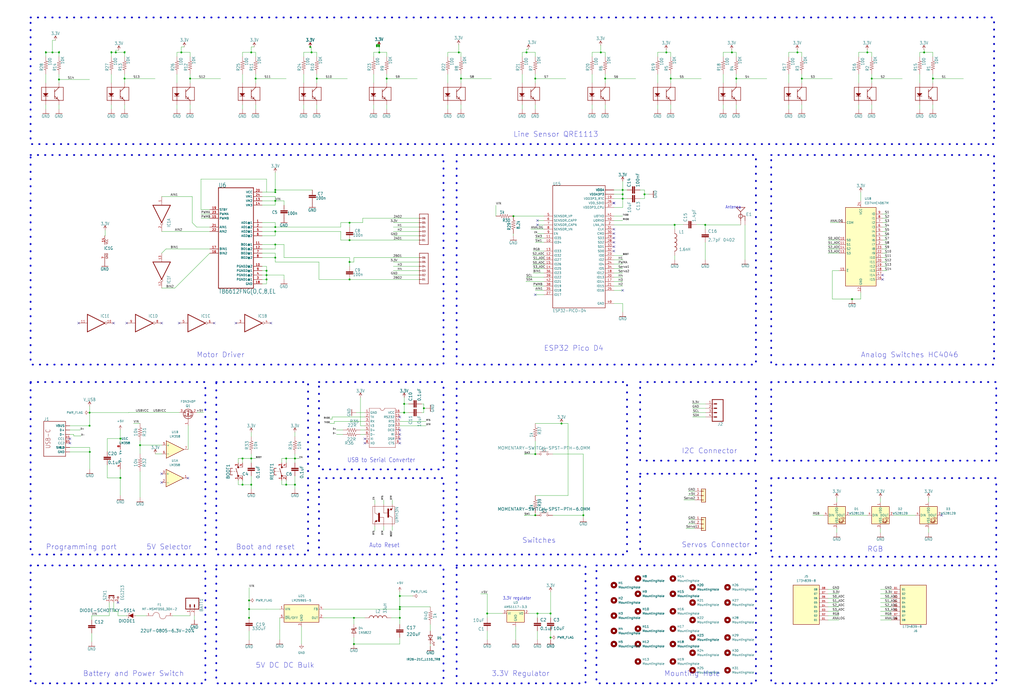
<source format=kicad_sch>
(kicad_sch (version 20230121) (generator eeschema)
  (paper "User" 595.274 404.444)
  (junction (at 232.41 353.06))
  (junction (at 374.65 113.03))
  (junction (at 504.19 30.48))
  (junction (at 146.05 281.94))
  (junction (at 171.45 281.94))
  (junction (at 495.3 173.99))
  (junction (at 146.05 266.7))
  (junction (at 224.79 45.72))
  (junction (at 144.78 349.25))
  (junction (at 110.49 45.72))
  (junction (at 232.41 359.41))
  (junction (at 220.472 30.48))
  (junction (at 392.176 130.81))
  (junction (at 30.48 30.48))
  (junction (at 298.45 125.73))
  (junction (at 105.41 30.48))
  (junction (at 140.97 266.7))
  (junction (at 52.197 262.89))
  (junction (at 72.39 45.72))
  (junction (at 234.95 240.03))
  (junction (at 466.09 45.72))
  (junction (at 146.05 30.48))
  (junction (at 203.2 129.54))
  (junction (at 166.37 266.7))
  (junction (at 69.977 255.143))
  (junction (at 267.97 45.72))
  (junction (at 320.04 370.84))
  (junction (at 283.21 356.87))
  (junction (at 205.74 374.65))
  (junction (at 427.99 45.72))
  (junction (at 220.345 26.289))
  (junction (at 387.35 30.48))
  (junction (at 361.95 113.03))
  (junction (at 148.59 45.72))
  (junction (at 181.102 30.48))
  (junction (at 349.25 30.48))
  (junction (at 232.41 354.33))
  (junction (at 312.42 356.87))
  (junction (at 34.29 30.48))
  (junction (at 203.2 139.7))
  (junction (at 463.55 30.48))
  (junction (at 69.977 278.003))
  (junction (at 160.02 149.86))
  (junction (at 52.07 247.65))
  (junction (at 160.02 111.76))
  (junction (at 506.73 45.72))
  (junction (at 72.39 30.48))
  (junction (at 266.7 30.48))
  (junction (at 171.45 266.7))
  (junction (at 542.29 45.72))
  (junction (at 205.74 359.41))
  (junction (at 52.07 240.03))
  (junction (at 160.02 116.84))
  (junction (at 219.075 26.289))
  (junction (at 311.15 45.72))
  (junction (at 140.97 281.94))
  (junction (at 351.79 45.72))
  (junction (at 234.95 234.95))
  (junction (at 425.45 30.48))
  (junction (at 26.67 30.48))
  (junction (at 203.2 162.56))
  (junction (at 160.02 132.08))
  (junction (at 219.075 26.924))
  (junction (at 203.2 152.4))
  (junction (at 220.345 26.924))
  (junction (at 537.21 30.48))
  (junction (at 311.15 299.72))
  (junction (at 306.07 30.48))
  (junction (at 180.34 27.305))
  (junction (at 160.02 134.62))
  (junction (at 34.29 46.228))
  (junction (at 389.89 45.72))
  (junction (at 166.37 281.94))
  (junction (at 144.78 359.41))
  (junction (at 154.94 157.48))
  (junction (at 320.04 356.87))
  (junction (at 144.78 354.33))
  (junction (at 64.77 30.48))
  (junction (at 154.94 160.02))
  (junction (at 160.02 142.24))
  (junction (at 311.15 264.16))
  (junction (at 326.39 246.38))
  (junction (at 361.95 115.57))
  (junction (at 232.41 346.71))
  (junction (at 154.94 162.56))
  (junction (at 160.02 110.49))
  (junction (at 409.956 130.81))
  (junction (at 246.38 237.49))
  (junction (at 81.407 258.953))
  (junction (at 361.95 110.49))
  (junction (at 67.31 30.48))
  (junction (at 339.09 299.72))
  (junction (at 184.15 45.72))
  (no_connect (at 312.42 128.27))
  (no_connect (at 356.87 140.97))
  (no_connect (at 356.87 133.35))
  (no_connect (at 68.58 350.52))
  (no_connect (at 232.41 257.81))
  (no_connect (at 356.87 146.05))
  (no_connect (at 104.14 187.96))
  (no_connect (at 232.41 255.27))
  (no_connect (at 93.98 280.67))
  (no_connect (at 212.09 257.81))
  (no_connect (at 513.08 160.02))
  (no_connect (at 356.87 143.51))
  (no_connect (at 124.46 187.96))
  (no_connect (at 66.04 187.96))
  (no_connect (at 232.41 242.57))
  (no_connect (at 93.98 275.59))
  (no_connect (at 45.72 187.96))
  (no_connect (at 40.64 255.27))
  (no_connect (at 311.15 171.45))
  (no_connect (at 93.98 187.96))
  (no_connect (at 361.95 168.91))
  (no_connect (at 40.64 257.81))
  (no_connect (at 547.37 299.72))
  (no_connect (at 137.16 187.96))
  (no_connect (at 232.41 250.19))
  (no_connect (at 356.87 118.11))
  (no_connect (at 356.87 138.43))
  (no_connect (at 109.22 278.13))
  (no_connect (at 312.42 130.81))
  (no_connect (at 232.41 252.73))
  (no_connect (at 513.08 162.56))
  (no_connect (at 212.09 255.27))
  (no_connect (at 73.66 187.96))
  (no_connect (at 157.48 187.96))
  (no_connect (at 356.87 135.89))
  (wire (pts (xy 163.83 281.94) (xy 166.37 281.94)) (stroke (width 0.1524)))
  (wire (pts (xy 392.176 130.81) (xy 392.176 133.35)) (stroke (width 0.1524)))
  (wire (pts (xy 121.92 121.92) (xy 116.84 121.92)) (stroke (width 0.1524)))
  (wire (pts (xy 316.23 151.13) (xy 309.88 151.13)) (stroke (width 0.1524)))
  (wire (pts (xy 472.44 299.72) (xy 478.79 299.72)))
  (wire (pts (xy 513.08 134.62) (xy 515.62 134.62)))
  (wire (pts (xy 224.79 45.72) (xy 242.57 45.72)) (stroke (width 0.1524)))
  (wire (pts (xy 349.25 30.48) (xy 344.17 30.48)) (stroke (width 0.1524)))
  (wire (pts (xy 246.38 237.49) (xy 247.65 237.49)) (stroke (width 0.1524)))
  (wire (pts (xy 306.07 30.48) (xy 303.53 30.48)) (stroke (width 0.1524)))
  (wire (pts (xy 160.02 149.86) (xy 160.02 152.4)) (stroke (width 0.1524)))
  (wire (pts (xy 223.012 293.37) (xy 223.012 290.83)) (stroke (width 0.1524)))
  (wire (pts (xy 193.04 243.84) (xy 191.77 243.84)) (stroke (width 0.1524)))
  (wire (pts (xy 537.21 28.956) (xy 537.21 30.48)) (stroke (width 0.1524)))
  (wire (pts (xy 425.45 30.48) (xy 427.99 30.48)) (stroke (width 0.1524)))
  (wire (pts (xy 212.09 359.41) (xy 205.74 359.41)))
  (wire (pts (xy 228.092 306.07) (xy 228.092 308.61)) (stroke (width 0.1524)))
  (wire (pts (xy 486.41 289.56) (xy 486.41 292.1)))
  (wire (pts (xy 513.08 132.08) (xy 515.62 132.08)))
  (wire (pts (xy 205.74 370.84) (xy 205.74 374.65)))
  (wire (pts (xy 243.84 154.94) (xy 228.6 154.94)) (stroke (width 0.1524)))
  (wire (pts (xy 34.29 29.718) (xy 34.798 29.718)) (stroke (width 0.1524)))
  (wire (pts (xy 114.427 239.903) (xy 118.237 239.903)))
  (wire (pts (xy 232.41 353.06) (xy 250.19 353.06)))
  (wire (pts (xy 160.02 142.24) (xy 160.02 144.78)) (stroke (width 0.1524)))
  (wire (pts (xy 154.94 160.02) (xy 165.1 160.02)) (stroke (width 0.1524)))
  (wire (pts (xy 307.213 28.575) (xy 306.07 28.575)) (stroke (width 0.1524)))
  (wire (pts (xy 339.09 264.16) (xy 339.09 299.72)) (stroke (width 0.1524)))
  (wire (pts (xy 246.38 240.03) (xy 246.38 237.49)) (stroke (width 0.1524)))
  (wire (pts (xy 312.42 356.87) (xy 307.34 356.87)) (stroke (width 0.1524)))
  (wire (pts (xy 356.87 153.67) (xy 361.95 153.67)) (stroke (width 0.1524)))
  (wire (pts (xy 160.02 152.4) (xy 185.42 152.4)) (stroke (width 0.1524)))
  (wire (pts (xy 101.6 167.64) (xy 93.98 167.64)) (stroke (width 0.1524)))
  (wire (pts (xy 519.43 299.72) (xy 532.13 299.72)))
  (wire (pts (xy 69.977 278.003) (xy 69.977 288.163)))
  (wire (pts (xy 361.95 176.53) (xy 361.95 181.61)) (stroke (width 0.1524)))
  (wire (pts (xy 316.23 153.797) (xy 309.626 153.797)) (stroke (width 0.1524)))
  (wire (pts (xy 299.72 364.49) (xy 299.72 367.03)))
  (wire (pts (xy 260.35 30.48) (xy 260.35 33.02)) (stroke (width 0.1524)))
  (wire (pts (xy 146.05 264.16) (xy 146.05 266.7)) (stroke (width 0.1524)))
  (wire (pts (xy 506.73 43.18) (xy 506.73 45.72)) (stroke (width 0.1524)))
  (wire (pts (xy 30.48 30.48) (xy 34.29 30.48)) (stroke (width 0.1524)))
  (wire (pts (xy 349.25 26.416) (xy 349.25 30.48)) (stroke (width 0.1524)))
  (wire (pts (xy 152.4 111.76) (xy 154.94 111.76)) (stroke (width 0.1524)))
  (wire (pts (xy 166.37 266.7) (xy 171.45 266.7)) (stroke (width 0.1524)))
  (wire (pts (xy 267.97 30.48) (xy 266.7 30.48)) (stroke (width 0.1524)))
  (wire (pts (xy 78.74 358.14) (xy 85.09 358.14)))
  (wire (pts (xy 209.55 231.14) (xy 209.55 247.65)) (stroke (width 0.1524)))
  (wire (pts (xy 110.49 43.18) (xy 110.49 45.72)) (stroke (width 0.1524)))
  (wire (pts (xy 409.956 130.81) (xy 430.53 130.81)) (stroke (width 0.1524)))
  (wire (pts (xy 312.42 135.89) (xy 316.23 135.89)) (stroke (width 0.1524)))
  (wire (pts (xy 266.7 26.035) (xy 266.7 30.48)) (stroke (width 0.1524)))
  (wire (pts (xy 199.39 252.73) (xy 195.58 252.73)) (stroke (width 0.1524)))
  (wire (pts (xy 171.45 251.46) (xy 171.45 254)) (stroke (width 0.1524)))
  (wire (pts (xy 90.297 264.033) (xy 94.107 264.033)))
  (wire (pts (xy 160.02 111.76) (xy 160.274 111.76)) (stroke (width 0.1524)))
  (wire (pts (xy 232.41 346.71) (xy 240.03 346.71)))
  (wire (pts (xy 389.89 43.18) (xy 389.89 45.72)) (stroke (width 0.1524)))
  (wire (pts (xy 542.29 48.26) (xy 542.29 45.72)) (stroke (width 0.1524)))
  (wire (pts (xy 64.77 43.18) (xy 64.77 48.26)) (stroke (width 0.1524)))
  (wire (pts (xy 427.99 30.48) (xy 427.99 33.02)) (stroke (width 0.1524)))
  (wire (pts (xy 311.15 246.38) (xy 326.39 246.38)))
  (wire (pts (xy 32.258 23.495) (xy 30.48 23.495)) (stroke (width 0.1524)))
  (wire (pts (xy 511.81 350.52) (xy 518.16 350.52)))
  (wire (pts (xy 154.94 165.1) (xy 152.4 165.1)) (stroke (width 0.1524)))
  (wire (pts (xy 267.97 30.48) (xy 267.97 33.02)) (stroke (width 0.1524)))
  (wire (pts (xy 185.42 162.56) (xy 203.2 162.56)) (stroke (width 0.1524)))
  (wire (pts (xy 166.37 281.94) (xy 166.37 279.4)) (stroke (width 0.1524)))
  (wire (pts (xy 537.21 30.48) (xy 534.67 30.48)) (stroke (width 0.1524)))
  (wire (pts (xy 26.67 29.718) (xy 26.416 29.718)) (stroke (width 0.1524)))
  (wire (pts (xy 180.975 29.845) (xy 181.102 29.845)) (stroke (width 0.1524)))
  (wire (pts (xy 377.19 113.03) (xy 374.65 113.03)) (stroke (width 0.1524)))
  (wire (pts (xy 144.78 367.03) (xy 144.78 372.364)) (stroke (width 0.1524)))
  (wire (pts (xy 304.8 299.72) (xy 311.15 299.72)))
  (wire (pts (xy 513.08 154.94) (xy 515.62 154.94)))
  (wire (pts (xy 152.4 157.48) (xy 154.94 157.48)) (stroke (width 0.1524)))
  (wire (pts (xy 410.21 242.57) (xy 402.59 242.57)) (stroke (width 0.1524)))
  (wire (pts (xy 513.08 147.32) (xy 515.62 147.32)))
  (wire (pts (xy 203.2 152.4) (xy 205.74 152.4)) (stroke (width 0.1524)))
  (wire (pts (xy 481.33 144.78) (xy 487.68 144.78)))
  (wire (pts (xy 203.2 129.54) (xy 210.82 129.54)) (stroke (width 0.1524)))
  (wire (pts (xy 163.83 279.4) (xy 163.83 281.94)) (stroke (width 0.1524)))
  (wire (pts (xy 220.472 26.924) (xy 220.472 30.48)) (stroke (width 0.1524)))
  (wire (pts (xy 220.345 26.924) (xy 220.472 26.924)) (stroke (width 0.1524)))
  (wire (pts (xy 400.05 285.75) (xy 403.86 285.75)))
  (wire (pts (xy 116.84 104.14) (xy 154.94 104.14)) (stroke (width 0.1524)))
  (wire (pts (xy 110.49 30.48) (xy 110.49 33.02)) (stroke (width 0.1524)))
  (wire (pts (xy 34.29 30.48) (xy 34.29 29.718)) (stroke (width 0.1524)))
  (wire (pts (xy 458.47 43.18) (xy 458.47 48.26)) (stroke (width 0.1524)))
  (wire (pts (xy 511.81 355.6) (xy 518.16 355.6)))
  (wire (pts (xy 171.45 264.16) (xy 171.45 266.7)) (stroke (width 0.1524)))
  (wire (pts (xy 511.81 353.06) (xy 518.16 353.06)))
  (wire (pts (xy 140.97 281.94) (xy 146.05 281.94)) (stroke (width 0.1524)))
  (wire (pts (xy 420.37 30.48) (xy 425.45 30.48)) (stroke (width 0.1524)))
  (wire (pts (xy 351.79 45.72) (xy 369.57 45.72)) (stroke (width 0.1524)))
  (wire (pts (xy 511.81 360.68) (xy 518.16 360.68)))
  (wire (pts (xy 148.59 45.72) (xy 166.37 45.72)) (stroke (width 0.1524)))
  (wire (pts (xy 181.61 110.49) (xy 160.02 110.49)))
  (wire (pts (xy 511.81 307.34) (xy 511.81 309.88)))
  (wire (pts (xy 397.51 290.83) (xy 403.86 290.83)))
  (wire (pts (xy 511.81 289.56) (xy 511.81 292.1)))
  (wire (pts (xy 356.87 156.21) (xy 361.95 156.21)) (stroke (width 0.1524)))
  (wire (pts (xy 392.176 130.81) (xy 356.87 130.81)) (stroke (width 0.1524)))
  (wire (pts (xy 160.02 147.32) (xy 160.02 149.86)) (stroke (width 0.1524)))
  (wire (pts (xy 198.12 139.7) (xy 203.2 139.7)) (stroke (width 0.1524)))
  (wire (pts (xy 232.41 370.84) (xy 232.41 374.65)))
  (wire (pts (xy 513.08 149.86) (xy 515.62 149.86)))
  (wire (pts (xy 433.07 151.13) (xy 433.07 130.81)) (stroke (width 0.1524)))
  (wire (pts (xy 361.95 115.57) (xy 361.95 120.65)) (stroke (width 0.1524)))
  (wire (pts (xy 320.04 367.03) (xy 320.04 370.84)) (stroke (width 0.1524)))
  (wire (pts (xy 320.04 344.297) (xy 320.04 356.87)) (stroke (width 0.1524)))
  (wire (pts (xy 466.09 45.72) (xy 483.87 45.72)) (stroke (width 0.1524)))
  (wire (pts (xy 351.79 60.96) (xy 351.79 63.5)) (stroke (width 0.1524)))
  (wire (pts (xy 102.87 63.5) (xy 102.87 60.96)) (stroke (width 0.1524)))
  (wire (pts (xy 466.09 43.18) (xy 466.09 45.72)) (stroke (width 0.1524)))
  (wire (pts (xy 311.15 288.29) (xy 330.2 288.29)))
  (wire (pts (xy 392.176 148.59) (xy 392.176 151.13)) (stroke (width 0.1524)))
  (wire (pts (xy 52.07 240.03) (xy 74.93 240.03)))
  (wire (pts (xy 364.49 110.49) (xy 361.95 110.49)) (stroke (width 0.1524)))
  (wire (pts (xy 203.2 149.86) (xy 203.2 152.4)) (stroke (width 0.1524)))
  (wire (pts (xy 316.23 138.43) (xy 311.15 138.43)) (stroke (width 0.1524)))
  (wire (pts (xy 184.15 60.96) (xy 184.15 63.5)) (stroke (width 0.1524)))
  (wire (pts (xy 267.97 60.96) (xy 267.97 63.5)) (stroke (width 0.1524)))
  (wire (pts (xy 100.33 358.14) (xy 110.49 358.14)))
  (wire (pts (xy 72.39 48.26) (xy 72.39 45.72)) (stroke (width 0.1524)))
  (wire (pts (xy 212.09 252.73) (xy 209.55 252.73)) (stroke (width 0.1524)))
  (wire (pts (xy 69.977 250.063) (xy 69.977 255.143)))
  (wire (pts (xy 420.37 63.5) (xy 420.37 60.96)) (stroke (width 0.1524)))
  (wire (pts (xy 148.59 48.26) (xy 148.59 45.72)) (stroke (width 0.1524)))
  (wire (pts (xy 351.79 48.26) (xy 351.79 45.72)) (stroke (width 0.1524)))
  (wire (pts (xy 351.79 30.48) (xy 351.79 33.02)) (stroke (width 0.1524)))
  (wire (pts (xy 316.23 168.91) (xy 311.15 168.91)) (stroke (width 0.1524)))
  (wire (pts (xy 68.58 355.6) (xy 66.04 355.6)) (stroke (width 0.1524)))
  (wire (pts (xy 374.65 115.57) (xy 372.11 115.57)) (stroke (width 0.1524)))
  (wire (pts (xy 160.02 137.16) (xy 152.4 137.16)) (stroke (width 0.1524)))
  (wire (pts (xy 203.2 154.94) (xy 203.2 152.4)) (stroke (width 0.1524)))
  (wire (pts (xy 374.65 113.03) (xy 374.65 115.57)) (stroke (width 0.1524)))
  (wire (pts (xy 162.56 367.03) (xy 162.56 372.11)) (stroke (width 0.1524)))
  (wire (pts (xy 64.77 33.02) (xy 64.77 30.48)) (stroke (width 0.1524)))
  (wire (pts (xy 64.77 63.5) (xy 64.77 60.96)) (stroke (width 0.1524)))
  (wire (pts (xy 67.31 29.21) (xy 67.31 30.48)) (stroke (width 0.1524)))
  (wire (pts (xy 288.29 119.38) (xy 288.29 125.73)))
  (wire (pts (xy 312.42 359.41) (xy 312.42 356.87)) (stroke (width 0.1524)))
  (wire (pts (xy 212.09 250.19) (xy 209.55 250.19)) (stroke (width 0.1524)))
  (wire (pts (xy 356.87 115.57) (xy 361.95 115.57)) (stroke (width 0.1524)))
  (wire (pts (xy 303.53 63.5) (xy 303.53 60.96)) (stroke (width 0.1524)))
  (wire (pts (xy 356.87 128.27) (xy 361.95 128.27)) (stroke (width 0.1524)))
  (wire (pts (xy 500.38 111.76) (xy 500.38 116.84)))
  (wire (pts (xy 69.977 255.143) (xy 69.977 257.683)))
  (wire (pts (xy 320.04 359.41) (xy 320.04 356.87)) (stroke (width 0.1524)))
  (wire (pts (xy 62.357 255.143) (xy 69.977 255.143)))
  (wire (pts (xy 266.573 26.035) (xy 266.7 26.035)) (stroke (width 0.1524)))
  (wire (pts (xy 506.73 30.48) (xy 504.19 30.48)) (stroke (width 0.1524)))
  (wire (pts (xy 176.53 30.48) (xy 181.102 30.48)) (stroke (width 0.1524)))
  (wire (pts (xy 483.87 157.48) (xy 487.68 157.48)))
  (wire (pts (xy 481.33 139.7) (xy 487.68 139.7)))
  (wire (pts (xy 171.45 266.7) (xy 171.45 269.24)) (stroke (width 0.1524)))
  (wire (pts (xy 537.083 28.956) (xy 537.21 28.956)) (stroke (width 0.1524)))
  (wire (pts (xy 146.05 281.94) (xy 146.05 284.48)) (stroke (width 0.1524)))
  (wire (pts (xy 219.075 26.924) (xy 219.075 27.305)) (stroke (width 0.1524)))
  (wire (pts (xy 42.926 253.619) (xy 47.117 253.619)) (stroke (width 0.1524)))
  (wire (pts (xy 409.956 140.97) (xy 409.956 151.13)) (stroke (width 0.1524)))
  (wire (pts (xy 152.4 154.94) (xy 154.94 154.94)) (stroke (width 0.1524)))
  (wire (pts (xy 107.188 27.305) (xy 105.41 27.305)) (stroke (width 0.1524)))
  (wire (pts (xy 499.11 43.18) (xy 499.11 48.26)) (stroke (width 0.1524)))
  (wire (pts (xy 361.95 113.03) (xy 361.95 115.57)) (stroke (width 0.1524)))
  (wire (pts (xy 321.31 264.16) (xy 339.09 264.16)) (stroke (width 0.1524)))
  (wire (pts (xy 227.33 359.41) (xy 232.41 359.41)))
  (wire (pts (xy 77.597 246.253) (xy 81.407 246.253)))
  (wire (pts (xy 311.15 48.26) (xy 311.15 45.72)) (stroke (width 0.1524)))
  (wire (pts (xy 114.3 132.08) (xy 111.76 129.54)) (stroke (width 0.1524)))
  (wire (pts (xy 392.176 130.723) (xy 392.176 130.81)) (stroke (width 0.1524)))
  (wire (pts (xy 542.29 45.72) (xy 560.07 45.72)) (stroke (width 0.1524)))
  (wire (pts (xy 102.87 43.18) (xy 102.87 48.26)) (stroke (width 0.1524)))
  (wire (pts (xy 243.84 137.16) (xy 228.6 137.16)) (stroke (width 0.1524)))
  (wire (pts (xy 184.15 43.18) (xy 184.15 45.72)) (stroke (width 0.1524)))
  (wire (pts (xy 306.07 28.575) (xy 306.07 30.48)) (stroke (width 0.1524)))
  (wire (pts (xy 232.41 353.06) (xy 232.41 354.33)))
  (wire (pts (xy 69.088 29.21) (xy 67.31 29.21)) (stroke (width 0.1524)))
  (wire (pts (xy 283.21 356.87) (xy 283.21 359.41)) (stroke (width 0.1524)))
  (wire (pts (xy 148.59 60.96) (xy 148.59 63.5)) (stroke (width 0.1524)))
  (wire (pts (xy 250.19 374.65) (xy 250.19 375.92)))
  (wire (pts (xy 234.95 231.14) (xy 234.95 234.95)) (stroke (width 0.1524)))
  (wire (pts (xy 246.38 234.95) (xy 246.38 237.49)) (stroke (width 0.1524)))
  (wire (pts (xy 146.05 27.305) (xy 146.05 30.48)) (stroke (width 0.1524)))
  (wire (pts (xy 121.92 134.62) (xy 93.98 134.62)) (stroke (width 0.1524)))
  (wire (pts (xy 121.92 132.08) (xy 114.3 132.08)) (stroke (width 0.1524)))
  (wire (pts (xy 62.357 262.763) (xy 62.357 255.143)))
  (wire (pts (xy 482.6 129.54) (xy 487.68 129.54)))
  (wire (pts (xy 481.33 347.98) (xy 487.68 347.98)))
  (wire (pts (xy 351.79 30.48) (xy 349.25 30.48)) (stroke (width 0.1524)))
  (wire (pts (xy 382.27 30.48) (xy 382.27 33.02)) (stroke (width 0.1524)))
  (wire (pts (xy 495.3 173.99) (xy 483.87 173.99)))
  (wire (pts (xy 279.4 345.44) (xy 283.21 345.44)) (stroke (width 0.1524)))
  (wire (pts (xy 160.02 134.62) (xy 198.12 134.62)) (stroke (width 0.1524)))
  (wire (pts (xy 194.31 246.38) (xy 194.31 245.11)) (stroke (width 0.1524)))
  (wire (pts (xy 26.67 63.5) (xy 26.67 60.96)) (stroke (width 0.1524)))
  (wire (pts (xy 511.81 358.14) (xy 518.16 358.14)))
  (wire (pts (xy 534.67 43.18) (xy 534.67 48.26)) (stroke (width 0.1524)))
  (wire (pts (xy 506.73 60.96) (xy 506.73 63.5)) (stroke (width 0.1524)))
  (wire (pts (xy 209.55 247.65) (xy 212.09 247.65)) (stroke (width 0.1524)))
  (wire (pts (xy 121.92 124.46) (xy 116.84 124.46)) (stroke (width 0.1524)))
  (wire (pts (xy 53.34 368.3) (xy 53.34 373.38)) (stroke (width 0.1524)))
  (wire (pts (xy 160.02 116.84) (xy 160.02 114.3)) (stroke (width 0.1524)))
  (wire (pts (xy 217.17 30.48) (xy 217.17 33.02)) (stroke (width 0.1524)))
  (wire (pts (xy 481.33 355.6) (xy 487.68 355.6)))
  (wire (pts (xy 121.92 144.78) (xy 96.52 144.78)) (stroke (width 0.1524)))
  (wire (pts (xy 427.99 48.26) (xy 427.99 45.72)) (stroke (width 0.1524)))
  (wire (pts (xy 245.11 234.95) (xy 246.38 234.95)) (stroke (width 0.1524)))
  (wire (pts (xy 72.39 60.96) (xy 72.39 63.5)) (stroke (width 0.1524)))
  (wire (pts (xy 466.09 30.48) (xy 466.09 33.02)) (stroke (width 0.1524)))
  (wire (pts (xy 72.39 30.48) (xy 72.39 29.718)) (stroke (width 0.1524)))
  (wire (pts (xy 144.78 359.41) (xy 144.78 359.664)) (stroke (width 0.1524)))
  (wire (pts (xy 203.2 132.08) (xy 203.2 129.54)) (stroke (width 0.1524)))
  (wire (pts (xy 140.97 30.48) (xy 146.05 30.48)) (stroke (width 0.1524)))
  (wire (pts (xy 223.012 306.07) (xy 223.012 308.61)) (stroke (width 0.1524)))
  (wire (pts (xy 311.15 60.96) (xy 311.15 63.5)) (stroke (width 0.1524)))
  (wire (pts (xy 187.96 354.33) (xy 232.41 354.33)))
  (wire (pts (xy 96.52 144.78) (xy 93.98 147.32)) (stroke (width 0.1524)))
  (wire (pts (xy 427.99 43.18) (xy 427.99 45.72)) (stroke (width 0.1524)))
  (wire (pts (xy 374.65 113.03) (xy 374.65 110.49)) (stroke (width 0.1524)))
  (wire (pts (xy 40.64 247.65) (xy 52.07 247.65)) (stroke (width 0.1524)))
  (wire (pts (xy 349.123 26.416) (xy 349.25 26.416)) (stroke (width 0.1524)))
  (wire (pts (xy 26.67 33.02) (xy 26.67 30.48)) (stroke (width 0.1524)))
  (wire (pts (xy 64.77 30.48) (xy 67.31 30.48)) (stroke (width 0.1524)))
  (wire (pts (xy 506.73 30.48) (xy 506.73 33.02)) (stroke (width 0.1524)))
  (wire (pts (xy 504.19 30.48) (xy 499.11 30.48)) (stroke (width 0.1524)))
  (wire (pts (xy 513.08 139.7) (xy 515.62 139.7)))
  (wire (pts (xy 138.43 266.7) (xy 140.97 266.7)) (stroke (width 0.1524)))
  (wire (pts (xy 316.23 166.37) (xy 309.88 166.37)) (stroke (width 0.1524)))
  (wire (pts (xy 513.08 124.46) (xy 515.62 124.46)))
  (wire (pts (xy 34.29 33.02) (xy 34.29 30.48)) (stroke (width 0.1524)))
  (wire (pts (xy 63.5 358.14) (xy 53.34 358.14)) (stroke (width 0.1524)))
  (wire (pts (xy 176.53 63.5) (xy 176.53 60.96)) (stroke (width 0.1524)))
  (wire (pts (xy 67.31 30.48) (xy 72.39 30.48)) (stroke (width 0.1524)))
  (wire (pts (xy 361.95 110.49) (xy 356.87 110.49)) (stroke (width 0.1524)))
  (wire (pts (xy 361.95 105.41) (xy 361.95 110.49)) (stroke (width 0.1524)))
  (wire (pts (xy 500.38 173.99) (xy 495.3 173.99)))
  (wire (pts (xy 166.37 281.94) (xy 171.45 281.94)) (stroke (width 0.1524)))
  (wire (pts (xy 361.95 120.65) (xy 356.87 120.65)) (stroke (width 0.1524)))
  (wire (pts (xy 110.49 45.72) (xy 128.27 45.72)) (stroke (width 0.1524)))
  (wire (pts (xy 160.02 114.3) (xy 152.4 114.3)) (stroke (width 0.1524)))
  (wire (pts (xy 513.08 137.16) (xy 515.62 137.16)))
  (wire (pts (xy 81.407 256.413) (xy 81.407 258.953)))
  (wire (pts (xy 42.926 252.73) (xy 42.926 253.619)) (stroke (width 0.1524)))
  (wire (pts (xy 52.197 262.89) (xy 52.197 272.923)) (stroke (width 0.1524)))
  (wire (pts (xy 311.15 298.45) (xy 311.15 299.72)))
  (wire (pts (xy 316.23 163.83) (xy 305.816 163.83)) (stroke (width 0.1524)))
  (wire (pts (xy 311.15 30.48) (xy 311.15 33.02)) (stroke (width 0.1524)))
  (wire (pts (xy 210.82 129.54) (xy 210.82 127)) (stroke (width 0.1524)))
  (wire (pts (xy 237.49 234.95) (xy 234.95 234.95)) (stroke (width 0.1524)))
  (wire (pts (xy 68.58 358.14) (xy 73.66 358.14)) (stroke (width 0.1524)))
  (wire (pts (xy 52.07 236.22) (xy 52.07 240.03)))
  (wire (pts (xy 250.19 363.22) (xy 250.19 367.03)))
  (wire (pts (xy 171.45 266.7) (xy 173.99 266.7)) (stroke (width 0.1524)))
  (wire (pts (xy 203.2 162.56) (xy 243.84 162.56)) (stroke (width 0.1524)))
  (wire (pts (xy 165.1 160.02) (xy 165.1 162.56)) (stroke (width 0.1524)))
  (wire (pts (xy 62.357 278.003) (xy 69.977 278.003)))
  (wire (pts (xy 513.08 152.4) (xy 515.62 152.4)))
  (wire (pts (xy 176.53 30.48) (xy 176.53 33.02)) (stroke (width 0.1524)))
  (wire (pts (xy 121.92 147.32) (xy 101.6 167.64)) (stroke (width 0.1524)))
  (wire (pts (xy 260.35 30.48) (xy 266.7 30.48)) (stroke (width 0.1524)))
  (wire (pts (xy 160.02 132.08) (xy 152.4 132.08)) (stroke (width 0.1524)))
  (wire (pts (xy 243.84 160.02) (xy 228.6 160.02)) (stroke (width 0.1524)))
  (wire (pts (xy 193.04 243.84) (xy 193.04 242.57)) (stroke (width 0.1524)))
  (wire (pts (xy 217.17 63.5) (xy 217.17 60.96)) (stroke (width 0.1524)))
  (wire (pts (xy 387.35 28.956) (xy 387.35 30.48)) (stroke (width 0.1524)))
  (wire (pts (xy 154.94 160.02) (xy 154.94 162.56)) (stroke (width 0.1524)))
  (wire (pts (xy 420.37 30.48) (xy 420.37 33.02)) (stroke (width 0.1524)))
  (wire (pts (xy 148.59 43.18) (xy 148.59 45.72)) (stroke (width 0.1524)))
  (wire (pts (xy 356.87 151.13) (xy 362.204 151.13)) (stroke (width 0.1524)))
  (wire (pts (xy 165.1 149.86) (xy 165.1 142.24)) (stroke (width 0.1524)))
  (wire (pts (xy 113.03 358.14) (xy 113.03 360.68)) (stroke (width 0.1524)))
  (wire (pts (xy 165.1 142.24) (xy 160.02 142.24)) (stroke (width 0.1524)))
  (wire (pts (xy 387.223 28.956) (xy 387.35 28.956)) (stroke (width 0.1524)))
  (wire (pts (xy 152.4 162.56) (xy 154.94 162.56)) (stroke (width 0.1524)))
  (wire (pts (xy 311.15 30.48) (xy 306.07 30.48)) (stroke (width 0.1524)))
  (wire (pts (xy 219.075 26.289) (xy 219.075 26.924)))
  (wire (pts (xy 330.2 246.38) (xy 330.2 288.29)))
  (wire (pts (xy 237.49 240.03) (xy 234.95 240.03)) (stroke (width 0.1524)))
  (wire (pts (xy 102.87 30.48) (xy 105.41 30.48)) (stroke (width 0.1524)))
  (wire (pts (xy 160.02 100.33) (xy 160.02 110.49)))
  (wire (pts (xy 243.84 134.62) (xy 228.6 134.62)))
  (wire (pts (xy 146.05 266.7) (xy 148.59 266.7)) (stroke (width 0.1524)))
  (wire (pts (xy 410.21 234.95) (xy 402.59 234.95)) (stroke (width 0.1524)))
  (wire (pts (xy 165.1 119.38) (xy 165.1 116.84)) (stroke (width 0.1524)))
  (wire (pts (xy 30.48 23.495) (xy 30.48 30.48)) (stroke (width 0.1524)))
  (wire (pts (xy 506.73 45.72) (xy 524.51 45.72)) (stroke (width 0.1524)))
  (wire (pts (xy 34.29 48.26) (xy 34.29 46.228)) (stroke (width 0.1524)))
  (wire (pts (xy 320.04 356.87) (xy 312.42 356.87)) (stroke (width 0.1524)))
  (wire (pts (xy 198.12 129.54) (xy 203.2 129.54)) (stroke (width 0.1524)))
  (wire (pts (xy 481.33 142.24) (xy 487.68 142.24)))
  (wire (pts (xy 513.08 157.48) (xy 515.62 157.48)))
  (wire (pts (xy 146.05 251.46) (xy 146.05 254)) (stroke (width 0.1524)))
  (wire (pts (xy 224.79 48.26) (xy 224.79 45.72)) (stroke (width 0.1524)))
  (wire (pts (xy 513.08 142.24) (xy 515.62 142.24)))
  (wire (pts (xy 374.65 110.49) (xy 372.11 110.49)) (stroke (width 0.1524)))
  (wire (pts (xy 260.35 63.5) (xy 260.35 60.96)) (stroke (width 0.1524)))
  (wire (pts (xy 110.49 60.96) (xy 110.49 63.5)) (stroke (width 0.1524)))
  (wire (pts (xy 180.34 27.305) (xy 180.975 27.305)))
  (wire (pts (xy 298.45 125.73) (xy 316.23 125.73)))
  (wire (pts (xy 245.11 240.03) (xy 246.38 240.03)) (stroke (width 0.1524)))
  (wire (pts (xy 109.347 247.523) (xy 109.347 261.493)))
  (wire (pts (xy 140.97 279.4) (xy 140.97 281.94)) (stroke (width 0.1524)))
  (wire (pts (xy 316.23 158.75) (xy 309.88 158.75)) (stroke (width 0.1524)))
  (wire (pts (xy 184.15 48.26) (xy 184.15 45.72)) (stroke (width 0.1524)))
  (wire (pts (xy 232.41 245.11) (xy 247.65 245.11)) (stroke (width 0.1524)))
  (wire (pts (xy 420.37 43.18) (xy 420.37 48.26)) (stroke (width 0.1524)))
  (wire (pts (xy 409.956 130.723) (xy 409.956 130.81)) (stroke (width 0.1524)))
  (wire (pts (xy 121.92 127) (xy 116.84 127)) (stroke (width 0.1524)))
  (polyline (pts (xy 357.505 117.475) (xy 356.235 118.745)) (stroke (width 0.1524) (type solid)))
  (wire (pts (xy 316.23 148.59) (xy 309.499 148.59)) (stroke (width 0.1524)))
  (wire (pts (xy 210.82 127) (xy 243.84 127)) (stroke (width 0.1524)))
  (wire (pts (xy 40.64 260.35) (xy 52.197 260.35)) (stroke (width 0.1524)))
  (wire (pts (xy 63.5 350.52) (xy 63.5 358.14)) (stroke (width 0.1524)))
  (wire (pts (xy 326.39 246.38) (xy 330.2 246.38)))
  (wire (pts (xy 110.49 48.26) (xy 110.49 45.72)) (stroke (width 0.1524)))
  (wire (pts (xy 40.64 252.73) (xy 42.926 252.73)) (stroke (width 0.1524)))
  (wire (pts (xy 232.41 359.41) (xy 232.41 363.22)))
  (wire (pts (xy 219.075 25.654) (xy 219.075 26.289)))
  (wire (pts (xy 146.05 266.7) (xy 146.05 269.24)) (stroke (width 0.1524)))
  (wire (pts (xy 321.31 299.72) (xy 339.09 299.72)) (stroke (width 0.1524)))
  (wire (pts (xy 311.15 43.18) (xy 311.15 45.72)) (stroke (width 0.1524)))
  (wire (pts (xy 154.94 104.14) (xy 154.94 111.76)) (stroke (width 0.1524)))
  (wire (pts (xy 66.04 355.6) (xy 66.04 350.52)) (stroke (width 0.1524)))
  (wire (pts (xy 53.34 360.68) (xy 53.34 358.14)) (stroke (width 0.1524)))
  (wire (pts (xy 404.85 130.723) (xy 409.956 130.723)) (stroke (width 0.1524)))
  (wire (pts (xy 267.97 45.72) (xy 285.75 45.72)) (stroke (width 0.1524)))
  (wire (pts (xy 146.05 276.86) (xy 146.05 281.94)) (stroke (width 0.1524)))
  (wire (pts (xy 232.41 354.33) (xy 232.41 359.41)))
  (wire (pts (xy 160.02 110.49) (xy 160.02 111.76)))
  (wire (pts (xy 304.8 264.16) (xy 311.15 264.16)))
  (wire (pts (xy 176.53 43.18) (xy 176.53 48.26)) (stroke (width 0.1524)))
  (wire (pts (xy 499.11 30.48) (xy 499.11 33.02)) (stroke (width 0.1524)))
  (wire (pts (xy 361.95 113.03) (xy 356.87 113.03)) (stroke (width 0.1524)))
  (wire (pts (xy 165.1 149.86) (xy 203.2 149.86)) (stroke (width 0.1524)))
  (wire (pts (xy 74.93 240.03) (xy 74.93 239.903)))
  (wire (pts (xy 64.77 29.718) (xy 64.516 29.718)) (stroke (width 0.1524)))
  (wire (pts (xy 40.64 262.89) (xy 52.197 262.89)) (stroke (width 0.1524)))
  (wire (pts (xy 410.21 237.49) (xy 402.59 237.49)) (stroke (width 0.1524)))
  (wire (pts (xy 344.17 43.18) (xy 344.17 48.26)) (stroke (width 0.1524)))
  (wire (pts (xy 389.89 48.26) (xy 389.89 45.72)) (stroke (width 0.1524)))
  (wire (pts (xy 220.345 25.654) (xy 219.075 25.654)))
  (wire (pts (xy 199.39 250.19) (xy 195.58 250.19)) (stroke (width 0.1524)))
  (wire (pts (xy 316.23 161.29) (xy 305.816 161.29)) (stroke (width 0.1524)))
  (wire (pts (xy 427.99 45.72) (xy 445.77 45.72)) (stroke (width 0.1524)))
  (wire (pts (xy 425.323 28.956) (xy 425.45 28.956)) (stroke (width 0.1524)))
  (wire (pts (xy 68.58 355.6) (xy 68.58 358.14)) (stroke (width 0.1524)))
  (wire (pts (xy 356.87 168.91) (xy 361.95 168.91)) (stroke (width 0.1524)))
  (wire (pts (xy 542.29 43.18) (xy 542.29 45.72)) (stroke (width 0.1524)))
  (wire (pts (xy 187.96 359.41) (xy 205.74 359.41)))
  (wire (pts (xy 193.04 242.57) (xy 212.09 242.57)) (stroke (width 0.1524)))
  (wire (pts (xy 217.17 30.48) (xy 220.472 30.48)) (stroke (width 0.1524)))
  (wire (pts (xy 160.02 134.62) (xy 160.02 137.16)) (stroke (width 0.1524)))
  (wire (pts (xy 154.94 162.56) (xy 154.94 165.1)) (stroke (width 0.1524)))
  (wire (pts (xy 194.31 245.11) (xy 212.09 245.11)) (stroke (width 0.1524)))
  (wire (pts (xy 511.81 342.9) (xy 518.16 342.9)))
  (wire (pts (xy 184.15 45.72) (xy 201.93 45.72)) (stroke (width 0.1524)))
  (wire (pts (xy 463.423 28.956) (xy 463.55 28.956)) (stroke (width 0.1524)))
  (wire (pts (xy 303.53 43.18) (xy 303.53 48.26)) (stroke (width 0.1524)))
  (wire (pts (xy 111.76 129.54) (xy 111.76 114.3)) (stroke (width 0.1524)))
  (wire (pts (xy 220.345 26.289) (xy 220.345 25.654)))
  (wire (pts (xy 410.21 240.03) (xy 402.59 240.03)) (stroke (width 0.1524)))
  (wire (pts (xy 304.8 264.16) (xy 306.07 264.16)) (stroke (width 0.1524)))
  (wire (pts (xy 382.27 43.18) (xy 382.27 48.26)) (stroke (width 0.1524)))
  (wire (pts (xy 283.21 367.03) (xy 283.21 372.11)) (stroke (width 0.1524)))
  (wire (pts (xy 243.84 129.54) (xy 228.6 129.54)) (stroke (width 0.1524)))
  (wire (pts (xy 356.87 163.83) (xy 361.95 163.83)) (stroke (width 0.1524)))
  (wire (pts (xy 212.09 240.03) (xy 207.01 240.03)) (stroke (width 0.1524)))
  (wire (pts (xy 534.67 63.5) (xy 534.67 60.96)) (stroke (width 0.1524)))
  (wire (pts (xy 144.78 354.33) (xy 154.94 354.33)) (stroke (width 0.1524)))
  (wire (pts (xy 481.33 350.52) (xy 487.68 350.52)))
  (wire (pts (xy 217.932 306.07) (xy 217.932 308.61)) (stroke (width 0.1524)))
  (wire (pts (xy 40.64 250.19) (xy 46.736 250.19)) (stroke (width 0.1524)))
  (wire (pts (xy 228.092 293.37) (xy 228.092 290.83)) (stroke (width 0.1524)))
  (wire (pts (xy 425.45 28.956) (xy 425.45 30.48)) (stroke (width 0.1524)))
  (wire (pts (xy 463.55 28.956) (xy 463.55 30.48)) (stroke (width 0.1524)))
  (wire (pts (xy 481.33 360.68) (xy 487.68 360.68)))
  (wire (pts (xy 72.39 29.718) (xy 72.898 29.718)) (stroke (width 0.1524)))
  (wire (pts (xy 356.87 158.75) (xy 361.95 158.75)) (stroke (width 0.1524)))
  (wire (pts (xy 356.87 125.73) (xy 361.95 125.73)) (stroke (width 0.1524)))
  (wire (pts (xy 154.94 111.76) (xy 160.02 111.76)) (stroke (width 0.1524)))
  (wire (pts (xy 220.345 26.924) (xy 220.345 26.289)))
  (wire (pts (xy 198.12 134.62) (xy 198.12 139.7)) (stroke (width 0.1524)))
  (wire (pts (xy 144.78 354.33) (xy 144.78 359.41)) (stroke (width 0.1524)))
  (wire (pts (xy 542.29 30.48) (xy 537.21 30.48)) (stroke (width 0.1524)))
  (wire (pts (xy 283.21 356.87) (xy 292.1 356.87)) (stroke (width 0.1524)))
  (wire (pts (xy 542.29 60.96) (xy 542.29 63.5)) (stroke (width 0.1524)))
  (wire (pts (xy 466.09 60.96) (xy 466.09 63.5)) (stroke (width 0.1524)))
  (wire (pts (xy 463.55 30.48) (xy 458.47 30.48)) (stroke (width 0.1524)))
  (wire (pts (xy 152.4 142.24) (xy 160.02 142.24)) (stroke (width 0.1524)))
  (wire (pts (xy 160.02 116.84) (xy 152.4 116.84)) (stroke (width 0.1524)))
  (wire (pts (xy 116.84 121.92) (xy 116.84 104.14)) (stroke (width 0.1524)))
  (wire (pts (xy 219.075 26.924) (xy 219.075 27.305)))
  (wire (pts (xy 160.02 132.08) (xy 198.12 132.08)) (stroke (width 0.1524)))
  (wire (pts (xy 389.89 45.72) (xy 407.67 45.72)) (stroke (width 0.1524)))
  (wire (pts (xy 303.53 30.48) (xy 303.53 33.02)) (stroke (width 0.1524)))
  (wire (pts (xy 217.932 293.37) (xy 217.932 290.83)) (stroke (width 0.1524)))
  (wire (pts (xy 316.23 133.35) (xy 308.61 133.35)) (stroke (width 0.1524)))
  (wire (pts (xy 138.43 269.24) (xy 138.43 266.7)) (stroke (width 0.1524)))
  (wire (pts (xy 26.67 30.48) (xy 26.67 29.718)) (stroke (width 0.1524)))
  (wire (pts (xy 298.45 135.89) (xy 298.45 137.16)))
  (wire (pts (xy 351.79 43.18) (xy 351.79 45.72)) (stroke (width 0.1524)))
  (wire (pts (xy 234.95 234.95) (xy 234.95 240.03)) (stroke (width 0.1524)))
  (wire (pts (xy 52.07 247.65) (xy 52.197 247.65)) (stroke (width 0.1524)))
  (wire (pts (xy 500.38 170.18) (xy 500.38 173.99)))
  (wire (pts (xy 152.4 129.54) (xy 160.02 129.54)) (stroke (width 0.1524)))
  (wire (pts (xy 481.33 345.44) (xy 487.68 345.44)))
  (wire (pts (xy 513.08 129.54) (xy 515.62 129.54)))
  (wire (pts (xy 163.83 269.24) (xy 163.83 266.7)) (stroke (width 0.1524)))
  (wire (pts (xy 220.345 26.924) (xy 219.075 26.924)) (stroke (width 0.1524)))
  (wire (pts (xy 160.02 119.38) (xy 160.02 116.84)) (stroke (width 0.1524)))
  (wire (pts (xy 111.76 114.3) (xy 93.98 114.3)) (stroke (width 0.1524)))
  (wire (pts (xy 62.357 270.383) (xy 62.357 278.003)))
  (wire (pts (xy 138.43 279.4) (xy 138.43 281.94)) (stroke (width 0.1524)))
  (wire (pts (xy 499.11 63.5) (xy 499.11 60.96)) (stroke (width 0.1524)))
  (wire (pts (xy 481.33 353.06) (xy 487.68 353.06)))
  (wire (pts (xy 205.74 149.86) (xy 243.84 149.86)) (stroke (width 0.1524)))
  (wire (pts (xy 64.77 30.48) (xy 64.77 29.718)) (stroke (width 0.1524)))
  (polyline (pts (xy 356.235 117.475) (xy 357.505 118.745)) (stroke (width 0.1524) (type solid)))
  (wire (pts (xy 152.4 147.32) (xy 160.02 147.32)) (stroke (width 0.1524)))
  (wire (pts (xy 305.816 163.83) (xy 305.816 163.576)) (stroke (width 0.1524)))
  (wire (pts (xy 316.23 171.45) (xy 311.15 171.45)) (stroke (width 0.1524)))
  (wire (pts (xy 72.39 43.18) (xy 72.39 45.72)) (stroke (width 0.1524)))
  (wire (pts (xy 102.87 30.48) (xy 102.87 33.02)) (stroke (width 0.1524)))
  (wire (pts (xy 481.33 147.32) (xy 487.68 147.32)))
  (wire (pts (xy 154.94 157.48) (xy 154.94 160.02)) (stroke (width 0.1524)))
  (wire (pts (xy 34.29 43.18) (xy 34.29 46.228)) (stroke (width 0.1524)))
  (wire (pts (xy 74.93 239.903) (xy 104.267 239.903)))
  (wire (pts (xy 163.83 266.7) (xy 166.37 266.7)) (stroke (width 0.1524)))
  (wire (pts (xy 283.21 345.44) (xy 283.21 356.87)) (stroke (width 0.1524)))
  (wire (pts (xy 458.47 63.5) (xy 458.47 60.96)) (stroke (width 0.1524)))
  (wire (pts (xy 198.12 132.08) (xy 198.12 129.54)) (stroke (width 0.1524)))
  (wire (pts (xy 356.87 161.29) (xy 361.95 161.29)) (stroke (width 0.1524)))
  (wire (pts (xy 160.02 129.54) (xy 160.02 132.08)) (stroke (width 0.1524)))
  (wire (pts (xy 539.75 307.34) (xy 539.75 309.88)))
  (wire (pts (xy 60.96 137.16) (xy 61.087 137.16)) (stroke (width 0.1524)))
  (wire (pts (xy 481.33 342.9) (xy 487.68 342.9)))
  (wire (pts (xy 316.23 146.05) (xy 309.88 146.05)) (stroke (width 0.1524)))
  (wire (pts (xy 243.84 132.08) (xy 228.6 132.08)) (stroke (width 0.1524)))
  (wire (pts (xy 506.73 48.26) (xy 506.73 45.72)) (stroke (width 0.1524)))
  (wire (pts (xy 181.102 29.845) (xy 181.102 30.48)) (stroke (width 0.1524)))
  (wire (pts (xy 140.97 43.18) (xy 140.97 48.26)) (stroke (width 0.1524)))
  (wire (pts (xy 140.97 269.24) (xy 140.97 266.7)) (stroke (width 0.1524)))
  (wire (pts (xy 387.35 30.48) (xy 389.89 30.48)) (stroke (width 0.1524)))
  (wire (pts (xy 243.84 152.4) (xy 228.6 152.4)) (stroke (width 0.1524)))
  (wire (pts (xy 534.67 30.48) (xy 534.67 33.02)) (stroke (width 0.1524)))
  (wire (pts (xy 427.99 60.96) (xy 427.99 63.5)) (stroke (width 0.1524)))
  (wire (pts (xy 52.197 260.35) (xy 52.197 262.89)) (stroke (width 0.1524)))
  (wire (pts (xy 400.05 288.29) (xy 403.86 288.29)))
  (wire (pts (xy 356.87 148.59) (xy 361.95 148.59)) (stroke (width 0.1524)))
  (wire (pts (xy 361.95 110.49) (xy 361.95 113.03)) (stroke (width 0.1524)))
  (wire (pts (xy 152.4 119.38) (xy 160.02 119.38)) (stroke (width 0.1524)))
  (wire (pts (xy 26.67 30.48) (xy 30.48 30.48)) (stroke (width 0.1524)))
  (wire (pts (xy 494.03 299.72) (xy 504.19 299.72)))
  (wire (pts (xy 344.17 30.48) (xy 344.17 33.02)) (stroke (width 0.1524)))
  (wire (pts (xy 511.81 345.44) (xy 518.16 345.44)))
  (wire (pts (xy 147.828 27.305) (xy 146.05 27.305)) (stroke (width 0.1524)))
  (wire (pts (xy 180.975 27.305) (xy 180.975 29.845)))
  (wire (pts (xy 316.23 153.67) (xy 316.23 153.797)) (stroke (width 0.1524)))
  (wire (pts (xy 160.02 144.78) (xy 152.4 144.78)) (stroke (width 0.1524)))
  (wire (pts (xy 232.41 346.71) (xy 232.41 353.06)))
  (wire (pts (xy 316.23 140.97) (xy 311.15 140.97)) (stroke (width 0.1524)))
  (wire (pts (xy 400.05 304.8) (xy 403.86 304.8)))
  (wire (pts (xy 356.87 166.37) (xy 361.95 166.37)) (stroke (width 0.1524)))
  (wire (pts (xy 316.23 156.21) (xy 309.88 156.21)) (stroke (width 0.1524)))
  (wire (pts (xy 105.41 27.305) (xy 105.41 30.48)) (stroke (width 0.1524)))
  (wire (pts (xy 205.74 152.4) (xy 205.74 149.86)) (stroke (width 0.1524)))
  (wire (pts (xy 312.42 367.03) (xy 312.42 372.11)) (stroke (width 0.1524)))
  (wire (pts (xy 389.89 60.96) (xy 389.89 63.5)) (stroke (width 0.1524)))
  (wire (pts (xy 539.75 289.56) (xy 539.75 292.1)))
  (wire (pts (xy 220.472 30.48) (xy 224.79 30.48)) (stroke (width 0.1524)))
  (wire (pts (xy 339.09 299.72) (xy 339.09 300.99)))
  (wire (pts (xy 154.94 160.02) (xy 152.4 160.02)) (stroke (width 0.1524)))
  (wire (pts (xy 72.39 45.72) (xy 90.17 45.72)) (stroke (width 0.1524)))
  (wire (pts (xy 171.45 281.94) (xy 171.45 284.48)) (stroke (width 0.1524)))
  (wire (pts (xy 26.67 43.18) (xy 26.67 48.26)) (stroke (width 0.1524)))
  (wire (pts (xy 267.97 43.18) (xy 267.97 45.72)) (stroke (width 0.1524)))
  (wire (pts (xy 69.977 272.923) (xy 69.977 278.003)))
  (wire (pts (xy 184.15 30.48) (xy 184.15 33.02)) (stroke (width 0.1524)))
  (wire (pts (xy 152.4 134.62) (xy 160.02 134.62)) (stroke (width 0.1524)))
  (wire (pts (xy 234.95 240.03) (xy 232.41 240.03)) (stroke (width 0.1524)))
  (wire (pts (xy 140.97 63.5) (xy 140.97 60.96)) (stroke (width 0.1524)))
  (wire (pts (xy 175.26 364.49) (xy 175.26 374.65)))
  (wire (pts (xy 397.23 130.723) (xy 392.176 130.723)) (stroke (width 0.1524)))
  (wire (pts (xy 166.37 269.24) (xy 166.37 266.7)) (stroke (width 0.1524)))
  (wire (pts (xy 316.23 128.27) (xy 312.42 128.27)) (stroke (width 0.1524)))
  (wire (pts (xy 144.78 349.25) (xy 144.78 354.33)) (stroke (width 0.1524)))
  (wire (pts (xy 140.97 30.48) (xy 140.97 33.02)) (stroke (width 0.1524)))
  (wire (pts (xy 311.15 256.54) (xy 311.15 264.16)))
  (wire (pts (xy 205.74 359.41) (xy 205.74 363.22)))
  (wire (pts (xy 400.05 302.26) (xy 403.86 302.26)))
  (wire (pts (xy 171.45 276.86) (xy 171.45 281.94)) (stroke (width 0.1524)))
  (wire (pts (xy 224.79 30.48) (xy 224.79 33.02)) (stroke (width 0.1524)))
  (wire (pts (xy 52.07 240.03) (xy 52.07 247.65)) (stroke (width 0.1524)))
  (wire (pts (xy 160.02 149.86) (xy 152.4 149.86)) (stroke (width 0.1524)))
  (wire (pts (xy 162.56 354.33) (xy 154.94 354.33)))
  (wire (pts (xy 311.15 45.72) (xy 328.93 45.72)) (stroke (width 0.1524)))
  (wire (pts (xy 466.09 48.26) (xy 466.09 45.72)) (stroke (width 0.1524)))
  (wire (pts (xy 81.407 258.953) (xy 94.107 258.953)))
  (wire (pts (xy 203.2 139.7) (xy 243.84 139.7)) (stroke (width 0.1524)))
  (wire (pts (xy 466.09 30.48) (xy 463.55 30.48)) (stroke (width 0.1524)))
  (wire (pts (xy 34.29 46.228) (xy 52.07 46.228)) (stroke (width 0.1524)))
  (wire (pts (xy 382.27 30.48) (xy 387.35 30.48)) (stroke (width 0.1524)))
  (wire (pts (xy 185.42 152.4) (xy 185.42 162.56)) (stroke (width 0.1524)))
  (wire (pts (xy 260.35 43.18) (xy 260.35 48.26)) (stroke (width 0.1524)))
  (wire (pts (xy 542.29 30.48) (xy 542.29 33.02)) (stroke (width 0.1524)))
  (wire (pts (xy 458.47 30.48) (xy 458.47 33.02)) (stroke (width 0.1524)))
  (wire (pts (xy 243.84 157.48) (xy 228.6 157.48)) (stroke (width 0.1524)))
  (wire (pts (xy 232.41 247.65) (xy 247.65 247.65)) (stroke (width 0.1524)))
  (wire (pts (xy 220.345 26.289) (xy 219.075 26.289)))
  (wire (pts (xy 217.17 43.18) (xy 217.17 48.26)) (stroke (width 0.1524)))
  (wire (pts (xy 81.407 258.953) (xy 81.407 264.033)))
  (wire (pts (xy 316.23 130.81) (xy 312.42 130.81)) (stroke (width 0.1524)))
  (wire (pts (xy 61.087 137.16) (xy 61.087 133.858)) (stroke (width 0.1524)))
  (wire (pts (xy 224.79 43.18) (xy 224.79 45.72)) (stroke (width 0.1524)))
  (wire (pts (xy 486.41 307.34) (xy 486.41 309.88)))
  (wire (pts (xy 140.97 266.7) (xy 146.05 266.7)) (stroke (width 0.1524)))
  (wire (pts (xy 81.407 274.193) (xy 81.407 289.433)))
  (wire (pts (xy 504.063 28.956) (xy 504.19 28.956)) (stroke (width 0.1524)))
  (wire (pts (xy 105.41 30.48) (xy 110.49 30.48)) (stroke (width 0.1524)))
  (wire (pts (xy 224.79 60.96) (xy 224.79 63.5)) (stroke (width 0.1524)))
  (wire (pts (xy 232.41 344.17) (xy 232.41 346.71)))
  (wire (pts (xy 364.49 115.57) (xy 361.95 115.57)) (stroke (width 0.1524)))
  (wire (pts (xy 138.43 281.94) (xy 140.97 281.94)) (stroke (width 0.1524)))
  (wire (pts (xy 299.72 367.03) (xy 299.72 372.11)) (stroke (width 0.1524)))
  (wire (pts (xy 162.56 359.41) (xy 162.56 367.03)))
  (wire (pts (xy 356.87 176.53) (xy 361.95 176.53)) (stroke (width 0.1524)))
  (wire (pts (xy 154.94 154.94) (xy 154.94 157.48)) (stroke (width 0.1524)))
  (wire (pts (xy 513.08 127) (xy 515.62 127)))
  (wire (pts (xy 389.89 30.48) (xy 389.89 33.02)) (stroke (width 0.1524)))
  (wire (pts (xy 148.59 30.48) (xy 148.59 33.02)) (stroke (width 0.1524)))
  (wire (pts (xy 320.04 370.84) (xy 320.04 372.11)) (stroke (width 0.1524)))
  (wire (pts (xy 481.33 358.14) (xy 487.68 358.14)))
  (wire (pts (xy 181.102 30.48) (xy 184.15 30.48)) (stroke (width 0.1524)))
  (wire (pts (xy 267.97 48.26) (xy 267.97 45.72)) (stroke (width 0.1524)))
  (wire (pts (xy 511.81 347.98) (xy 518.16 347.98)))
  (wire (pts (xy 382.27 63.5) (xy 382.27 60.96)) (stroke (width 0.1524)))
  (wire (pts (xy 344.17 63.5) (xy 344.17 60.96)) (stroke (width 0.1524)))
  (wire (pts (xy 513.08 144.78) (xy 515.62 144.78)))
  (wire (pts (xy 146.05 30.48) (xy 148.59 30.48)) (stroke (width 0.1524)))
  (wire (pts (xy 409.956 130.81) (xy 409.956 133.35)) (stroke (width 0.1524)))
  (wire (pts (xy 72.39 33.02) (xy 72.39 30.48)) (stroke (width 0.1524)))
  (wire (pts (xy 144.78 341.884) (xy 144.78 349.25)) (stroke (width 0.1524)))
  (wire (pts (xy 483.87 157.48) (xy 483.87 173.99)))
  (wire (pts (xy 194.31 246.38) (xy 191.77 246.38)) (stroke (width 0.1524)))
  (wire (pts (xy 232.41 374.65) (xy 205.74 374.65)))
  (wire (pts (xy 304.8 299.72) (xy 306.07 299.72)) (stroke (width 0.1524)))
  (wire (pts (xy 34.29 60.96) (xy 34.29 63.5)) (stroke (width 0.1524)))
  (wire (pts (xy 165.1 116.84) (xy 160.02 116.84)) (stroke (width 0.1524)))
  (wire (pts (xy 398.78 307.34) (xy 403.86 307.34)))
  (wire (pts (xy 504.19 28.956) (xy 504.19 30.48)) (stroke (width 0.1524)))
  (rectangle (start 17.78 328.93) (end 119.38 397.51) (stroke (width 1) (type dot)))
  (rectangle (start 125.73 222.25) (end 179.07 322.58) (stroke (width 1) (type dot)))
  (rectangle (start 448.31 90.17) (end 577.85 212.09) (stroke (width 1) (type dot)))
  (rectangle (start 448.31 222.25) (end 579.12 267.97) (stroke (width 1) (type dot)))
  (rectangle (start 448.31 328.93) (end 579.12 397.51) (stroke (width 1) (type dot)))
  (rectangle (start 125.73 328.93) (end 257.81 397.51) (stroke (width 1) (type dot)))
  (rectangle (start 372.11 222.25) (end 439.42 267.97) (stroke (width 1) (type dot)))
  (rectangle (start 265.43 328.93) (end 340.36 397.51) (stroke (width 1) (type dot)))
  (rectangle (start 17.78 90.17) (end 257.81 212.09) (stroke (width 1) (type dot)))
  (rectangle (start 448.31 278.13) (end 579.12 323.85) (stroke (width 1) (type dot)))
  (rectangle (start 265.43 90.17) (end 439.42 212.09) (stroke (width 1) (type dot)))
  (rectangle (start 372.11 275.59) (end 439.42 322.58) (stroke (width 1) (type dot)))
  (rectangle (start 17.78 222.25) (end 119.38 322.58) (stroke (width 1) (type dot)))
  (rectangle (start 185.42 278.13) (end 257.81 322.58) (stroke (width 1) (type dot)))
  (rectangle (start 17.78 10.16) (end 577.85 83.82) (stroke (width 1) (type dot)))
  (rectangle (start 185.42 222.25) (end 257.81 273.05) (stroke (width 1) (type dot)))
  (rectangle (start 346.71 328.93) (end 439.42 397.51) (stroke (width 1) (type dot)))
  (rectangle (start 265.43 222.25) (end 364.49 322.58) (stroke (width 1) (type dot)))
  (text "Line Sensor QRE1113\n" (at 298.45 80.01 0) (effects (font (size 3 3)) (justify left bottom)))
  (text "5V Selector\n" (at 85.09 320.04 0) (effects (font (size 3 3)) (justify left bottom)))
  (text "Antenna" (at 421.64 121.666 0) (effects (font (size 1.778 1.5113)) (justify left bottom)))
  (text "Auto Reset" (at 214.63 318.77 0) (effects (font (size 2.54 2.159)) (justify left bottom)))
  (text "ESP32 Pico D4\n" (at 316.23 204.47 0) (effects (font (size 3 3)) (justify left bottom)))
  (text "RGB\n" (at 504.19 321.31 0) (effects (font (size 3 3)) (justify left bottom)))
  (text "Programming port" (at 26.67 320.04 0) (effects (font (size 3 3)) (justify left bottom)))
  (text "Servos Connector\n" (at 396.24 318.77 0) (effects (font (size 3 3)) (justify left bottom)))
  (text "5V DC DC Bulk \n\n" (at 148.59 393.7 0) (effects (font (size 3 3)) (justify left bottom)))
  (text "3.3V regulator" (at 292.227 349.123 0) (effects (font (size 1.778 1.5113)) (justify left bottom)))
  (text "Battery and Power Switch\n" (at 48.26 393.7 0) (effects (font (size 3 3)) (justify left bottom)))
  (text "I2C Connector\n" (at 396.24 264.16 0) (effects (font (size 3 3)) (justify left bottom)))
  (text "Motor Driver\n" (at 114.3 208.28 0) (effects (font (size 3 3)) (justify left bottom)))
  (text "Analog Switches HC4046" (at 500.38 208.28 0) (effects (font (size 3 3)) (justify left bottom)))
  (text "3.3V Regulator\n" (at 285.75 393.7 0) (effects (font (size 3 3)) (justify left bottom)))
  (text "Mounting Hole" (at 386.08 393.7 0) (effects (font (size 3 3)) (justify left bottom)))
  (text "Switches" (at 303.53 316.23 0) (effects (font (size 3 3)) (justify left bottom)))
  (text "USB to Serial Converter" (at 201.93 269.24 0) (effects (font (size 2.54 2.159)) (justify left bottom)))
  (text "Boot and reset" (at 137.16 320.04 0) (effects (font (size 3 3)) (justify left bottom)))
  (label "PWMB" (at 116.84 127 0) (effects (font (size 1.2446 1.2446))))
  (label "2BO2" (at 233.68 162.56 180) (effects (font (size 1.2446 1.2446))))
  (label "S1_ADC" (at 309.88 151.13 0) (effects (font (size 1.2446 1.2446))))
  (label "+5V" (at 279.4 345.44 0) (effects (font (size 1.2446 1.2446))))
  (label "RTS" (at 247.65 245.11 0) (effects (font (size 0.889 0.889))))
  (label "S13" (at 514.35 154.94 0))
  (label "S2_ADC" (at 481.33 144.78 0))
  (label "VIN" (at 288.29 119.38 0))
  (label "RTS" (at 217.932 308.61 270) (effects (font (size 0.889 0.889))))
  (label "3.3V" (at 231.14 152.4 180) (effects (font (size 1.2446 1.2446))))
  (label "S1" (at 514.35 124.46 0))
  (label "S9" (at 514.35 144.78 0))
  (label "EN" (at 217.932 290.83 90) (effects (font (size 0.889 0.889))))
  (label "S9" (at 229.87 45.72 0) (effects (font (size 1.2446 1.2446))))
  (label "H4" (at 359.41 161.29 0) (effects (font (size 1.2446 1.2446))))
  (label "2BO1" (at 233.68 149.86 180) (effects (font (size 1.2446 1.2446))))
  (label "S3" (at 514.35 129.54 0))
  (label "S10" (at 514.35 147.32 0))
  (label "H3" (at 359.41 163.83 0) (effects (font (size 1.2446 1.2446))))
  (label "SDA" (at 305.816 163.576 0) (effects (font (size 1.2446 1.2446))))
  (label "S3_ADC" (at 483.87 355.6 0))
  (label "+5V" (at 118.237 239.903 180))
  (label "S3" (at 471.17 45.72 0) (effects (font (size 1.2446 1.2446))))
  (label "TXD0" (at 191.77 246.38 180) (effects (font (size 0.889 0.889))))
  (label "S0_ADC" (at 481.33 139.7 0))
  (label "S1_ADC" (at 481.33 142.24 0))
  (label "VIN" (at 53.34 358.14 0) (effects (font (size 1.2446 1.2446))))
  (label "S12" (at 115.57 45.72 0) (effects (font (size 1.2446 1.2446))))
  (label "D-" (at 195.58 252.73 180) (effects (font (size 0.889 0.889))))
  (label "S3_ADC" (at 514.35 355.6 0))
  (label "ANALOG" (at 482.6 129.54 0))
  (label "BIN2" (at 96.52 167.64 0) (effects (font (size 1.2446 1.2446))))
  (label "GND" (at 231.14 137.16 180) (effects (font (size 1.2446 1.2446))))
  (label "S6" (at 356.87 45.72 0) (effects (font (size 1.2446 1.2446))))
  (label "RXD0" (at 191.77 243.84 180) (effects (font (size 0.889 0.889))))
  (label "RXD0" (at 361.95 128.27 0) (effects (font (size 0.889 0.889))))
  (label "SCL" (at 406.4 240.03 180) (effects (font (size 1.2446 1.2446))))
  (label "GND" (at 231.14 160.02 180) (effects (font (size 1.2446 1.2446))))
  (label "S3_ADC" (at 481.33 147.32 0))
  (label "S2_ADC" (at 514.35 353.06 0))
  (label "S8" (at 273.05 45.72 0) (effects (font (size 1.2446 1.2446))))
  (label "GND" (at 406.4 237.49 180) (effects (font (size 1.2446 1.2446))))
  (label "2AO1" (at 233.68 139.7 180) (effects (font (size 1.2446 1.2446))))
  (label "AIN1" (at 311.15 168.91 0) (effects (font (size 1.2446 1.2446))))
  (label "SW1" (at 304.8 299.72 0) (effects (font (size 1.016 1.016))))
  (label "GND" (at 400.05 302.26 0))
  (label "RGB" (at 514.35 358.14 0))
  (label "S14" (at 39.37 46.228 0) (effects (font (size 1.2446 1.2446))))
  (label "S2" (at 514.35 127 0))
  (label "S4" (at 514.35 132.08 0))
  (label "USBVCC" (at 78.867 239.903 0))
  (label "S11" (at 153.67 45.72 0) (effects (font (size 1.2446 1.2446))))
  (label "SCL" (at 305.816 161.29 0) (effects (font (size 1.2446 1.2446))))
  (label "S1_ADC" (at 483.87 350.52 0))
  (label "Servo2" (at 397.51 290.83 0))
  (label "GND" (at 514.35 342.9 0))
  (label "Servo1" (at 398.78 307.34 0))
  (label "S4" (at 433.07 45.72 0) (effects (font (size 1.2446 1.2446))))
  (label "PWMB" (at 309.88 166.37 0) (effects (font (size 1.2446 1.2446))))
  (label "3.3V" (at 406.4 234.95 180) (effects (font (size 1.2446 1.2446))))
  (label "RGB" (at 472.44 299.72 0))
  (label "VIN" (at 160.02 116.84 0) (effects (font (size 1.2446 1.2446))))
  (label "H2" (at 233.68 134.62 180) (effects (font (size 1.2446 1.2446))))
  (label "H4" (at 233.68 157.48 180) (effects (font (size 1.2446 1.2446))))
  (label "S0_ADC" (at 483.87 347.98 0))
  (label "2AO2" (at 233.68 127 180) (effects (font (size 1.2446 1.2446))))
  (label "S11" (at 514.35 149.86 0))
  (label "3.3V" (at 514.35 345.44 0))
  (label "D+" (at 195.58 250.19 180) (effects (font (size 0.889 0.889))))
  (label "TXD0" (at 361.95 125.73 0) (effects (font (size 0.889 0.889))))
  (label "BIN1" (at 309.88 158.75 0) (effects (font (size 1.2446 1.2446))))
  (label "S14" (at 514.35 157.48 0))
  (label "ANALOG" (at 514.35 360.68 0))
  (label "PWMA" (at 116.84 124.46 0) (effects (font (size 1.2446 1.2446))))
  (label "S2" (at 511.81 45.72 0) (effects (font (size 1.2446 1.2446))))
  (label "S2_ADC" (at 309.499 148.59 0) (effects (font (size 1.2446 1.2446))))
  (label "BIN1" (at 99.06 144.78 0) (effects (font (size 1.2446 1.2446))))
  (label "S8" (at 514.35 142.24 0))
  (label "S12" (at 514.35 152.4 0))
  (label "S7" (at 514.35 139.7 0))
  (label "Servo1" (at 359.41 156.21 0) (effects (font (size 1.2446 1.2446))))
  (label "SDA" (at 406.4 242.57 180) (effects (font (size 1.2446 1.2446))))
  (label "S0_ADC" (at 309.626 153.797 0) (effects (font (size 1.2446 1.2446))))
  (label "+5V" (at 400.05 304.8 0))
  (label "BOOT" (at 148.59 266.7 0) (effects (font (size 0.889 0.889))))
  (label "RTS" (at 223.012 290.83 90) (effects (font (size 0.889 0.889))))
  (label "S1_ADC" (at 514.35 350.52 0))
  (label "ANALOG" (at 483.87 360.68 0))
  (label "3.3V" (at 483.87 345.44 0))
  (label "RGB" (at 483.87 358.14 0))
  (label "VIN" (at 77.597 246.253 0))
  (label "S5" (at 514.35 134.62 0))
  (label "SW3" (at 304.8 264.16 0) (effects (font (size 1.016 1.016))))
  (label "VIN" (at 144.78 341.884 0) (effects (font (size 1.2446 1.2446))))
  (label "S1" (at 547.37 45.72 0) (effects (font (size 1.2446 1.2446))))
  (label "Servo2" (at 359.41 158.75 0) (effects (font (size 1.2446 1.2446))))
  (label "S10" (at 189.23 45.72 0) (effects (font (size 1.2446 1.2446))))
  (label "S13" (at 77.47 45.72 0) (effects (font (size 1.2446 1.2446))))
  (label "GND" (at 400.05 285.75 0))
  (label "AIN2" (at 101.6 134.62 0) (effects (font (size 1.2446 1.2446))))
  (label "DTR" (at 228.092 290.83 90) (effects (font (size 0.889 0.889))))
  (label "H2" (at 359.41 166.37 0) (effects (font (size 1.2446 1.2446))))
  (label "SW3" (at 311.15 138.43 0) (effects (font (size 1.2446 1.2446))))
  (label "3.3V" (at 231.14 129.54 180) (effects (font (size 1.2446 1.2446))))
  (label "S0_ADC" (at 514.35 347.98 0))
  (label "BOOT" (at 228.092 308.61 270) (effects (font (size 0.889 0.889))))
  (label "D+" (at 46.736 250.19 0) (effects (font (size 0.889 0.889))))
  (label "S6" (at 514.35 137.16 0))
  (label "GND" (at 483.87 342.9 0))
  (label "S3_ADC" (at 309.88 156.21 0) (effects (font (size 1.2446 1.2446))))
  (label "S2_ADC" (at 483.87 353.06 0))
  (label "BOOT" (at 361.95 148.59 0) (effects (font (size 0.889 0.889))))
  (label "D-" (at 47.117 253.619 0) (effects (font (size 0.889 0.889))))
  (label "ANALOG" (at 308.61 133.35 0) (effects (font (size 1.2446 1.2446))))
  (label "DTR" (at 223.012 308.61 270) (effects (font (size 0.889 0.889))))
  (label "USBVCC" (at 96.647 239.903 180))
  (label "AIN1" (at 99.06 114.3 0) (effects (font (size 1.2446 1.2446))))
  (label "S7" (at 316.23 45.72 0) (effects (font (size 1.2446 1.2446))))
  (label "DTR" (at 247.65 247.65 0) (effects (font (size 0.889 0.889))))
  (label "+5V" (at 400.05 288.29 0))
  (label "RGB" (at 309.88 146.05 0) (effects (font (size 1.2446 1.2446))))
  (label "S5" (at 394.97 45.72 0) (effects (font (size 1.2446 1.2446))))
  (label "PWMA" (at 359.41 153.67 0) (effects (font (size 1.2446 1.2446))))
  (label "SW1" (at 311.15 140.97 0) (effects (font (size 1.2446 1.2446))))
  (label "H1" (at 359.41 151.13 0) (effects (font (size 1.2446 1.2446))))
  (label "EN" (at 173.99 266.7 0) (effects (font (size 0.889 0.889))))
  (label "EN" (at 312.42 135.89 180) (effects (font (size 0.889 0.889))))
  (label "H1" (at 233.68 132.08 180) (effects (font (size 1.2446 1.2446))))
  (label "H3" (at 233.68 154.94 180) (effects (font (size 1.2446 1.2446))))
  (symbol (lib_id "SparkFun-Connector:Conn_01x03") (at 408.94 288.29 0) (unit 1)
    (property "Reference" "J3" (effects hide))
    (property "Value" "Conn_01x03" (effects hide))
    (property "Footprint" "SparkFun-Connectors:1X03" (effects hide))
  )
  (symbol (lib_id "LED:WS2812B") (at 486.41 299.72 0) (unit 1)
    (property "Reference" "D1" (at 497.84 296.0721 0))
    (property "Value" "WS2812B" (at 497.84 298.6121 0))
    (property "Footprint" "LED_SMD:LED_WS2812B_PLCC4_5.0x5.0mm_P3.2mm" (effects hide))
    (property "Datasheet" "https://cdn-shop.adafruit.com/datasheets/WS2812B.pdf" (effects hide))
  )
  (symbol (lib_id "Cahaya-eagle-import:QRE11131{colon}1") (at 222.25 53.34 0) (mirror y) (unit 1)
    (property "Reference" "U8" (effects hide))
    (property "Value" "QRE11131{colon}1" (effects hide))
    (property "Footprint" "Cahaya:QRE1113-1_1" (effects hide))
  )
  (symbol (lib_id "Cahaya-eagle-import:7404D") (at 93.98 124.46 270) (unit 1)
    (property "Reference" "IC1" (at 97.155 127 0) (effects (font (size 1.778 1.5113)) (justify left bottom)))
    (property "Value" "7404D" (effects hide))
    (property "Footprint" "Cahaya:SO14" (effects hide))
    (property "SPICEPREFIX" "I" (effects hide))
  )
  (symbol (lib_id "Cahaya-eagle-import:QRE11131{colon}1") (at 308.61 53.34 0) (mirror y) (unit 1)
    (property "Reference" "U11" (effects hide))
    (property "Value" "QRE11131{colon}1" (effects hide))
    (property "Footprint" "Cahaya:QRE1113-1_1" (effects hide))
  )
  (symbol (lib_id "Mechanical:MountingHole") (at 391.16 355.6 0) (unit 1)
    (property "Reference" "H16" (at 393.7 354.33 0) (effects (justify left)))
    (property "Value" "MountingHole" (at 393.7 356.87 0) (effects (justify left)))
    (property "Footprint" "MountingHole:MountingHole_3.2mm_M3" (effects hide))
  )
  (symbol (lib_id "Cahaya-eagle-import:MOMENTARY-SWITCH-SPST-2-SMD-4.6X2.8MM") (at 138.43 274.32 90) (unit 1)
    (property "Reference" "BOOT1" (at 133.604 274.32 0) (effects (font (size 1.778 1.778)) (justify bottom)))
    (property "Value" "MOMENTARY-SWITCH-SPST-2-SMD-4.6X2.8MM" (effects hide))
    (property "Footprint" "Cahaya:TACTILE_SWITCH_SMD_4.6X2.8MM" (effects hide))
  )
  (symbol (lib_id "Cahaya-eagle-import:3.3V") (at 180.34 27.305 0) (unit 1)
    (property "Reference" "#SUPPLY09" (effects hide))
    (property "Value" "3.3V" (at 180.34 24.257 0) (effects (font (size 1.778 1.5113)) (justify bottom)))
  )
  (symbol (lib_id "Cahaya-eagle-import:CONN_02") (at 110.49 350.52 270) (unit 1)
    (property "Reference" "BATT1" (at 116.078 347.98 0) (effects (font (size 1.778 1.778)) (justify left bottom)))
    (property "Value" "CONN_02" (effects hide))
    (property "Footprint" "TerminalBlock_4Ucon:TerminalBlock_4Ucon_1x02_P3.50mm_Horizontal" (effects hide))
  )
  (symbol (lib_id "Cahaya-eagle-import:SparkFun_GND") (at 217.17 66.04 0) (unit 1)
    (property "Reference" "#GND021" (effects hide))
    (property "Value" "GND" (at 214.63 68.58 0) (effects (font (size 1.778 1.5113)) (justify left bottom)))
  )
  (symbol (lib_id "Cahaya-eagle-import:SparkFun-PowerSymbols_GND") (at 250.19 237.49 90) (unit 1)
    (property "Reference" "#GND024" (effects hide))
    (property "Value" "GND" (at 250.444 237.49 0) (effects (font (size 1.778 1.5113)) (justify top)))
  )
  (symbol (lib_id "Mechanical:MountingHole") (at 370.84 374.65 0) (unit 1)
    (property "Reference" "H12" (at 373.38 373.38 0) (effects (justify left)))
    (property "Value" "MountingHole" (at 373.38 375.92 0) (effects (justify left)))
    (property "Footprint" "MountingHole:MountingHole_3.2mm_M3" (effects hide))
  )
  (symbol (lib_id "Amplifier_Operational:LM358") (at 101.727 261.493 0) (unit 2)
    (property "Reference" "U1" (at 101.727 251.333 0))
    (property "Value" "LM358" (at 101.727 253.873 0))
    (property "Footprint" "Package_SO:SOIC-8_3.9x4.9mm_P1.27mm" (effects hide))
    (property "Datasheet" "http://www.ti.com/lit/ds/symlink/lm2904-n.pdf" (effects hide))
  )
  (symbol (lib_id "power:+5V") (at 232.41 344.17 0) (unit 1)
    (property "Reference" "#PWR01" (effects hide))
    (property "Value" "+5V" (at 232.41 339.09 0))
  )
  (symbol (lib_id "Cahaya-eagle-import:RESISTOR0603-RES") (at 427.99 38.1 270) (unit 1)
    (property "Reference" "R4" (at 426.466 41.402 0) (effects (font (size 1.778 1.5113)) (justify right top)))
    (property "Value" "10K" (at 431.038 37.338 0) (effects (font (size 1.778 1.5113)) (justify right top)))
    (property "Footprint" "Cahaya:0603-RES" (effects hide))
  )
  (symbol (lib_id "Cahaya-eagle-import:RESISTOR0603-RES") (at 344.17 38.1 90) (unit 1)
    (property "Reference" "R20" (at 342.646 41.402 0) (effects (font (size 1.778 1.5113)) (justify left bottom)))
    (property "Value" "100" (at 347.472 38.1 0) (effects (font (size 1.778 1.5113)) (justify left bottom)))
    (property "Footprint" "Cahaya:0603-RES" (effects hide))
  )
  (symbol (lib_id "Mechanical:MountingHole") (at 370.84 336.55 0) (unit 1)
    (property "Reference" "H8" (at 373.38 335.28 0) (effects (justify left)))
    (property "Value" "MountingHole" (at 373.38 337.82 0) (effects (justify left)))
    (property "Footprint" "MountingHole:MountingHole_3.2mm_M3" (effects hide))
  )
  (symbol (lib_id "Cahaya-eagle-import:CAPACITORSC0603") (at 146.05 271.78 180) (unit 1)
    (property "Reference" "C4" (at 144.526 274.701 0) (effects (font (size 1.778 1.778)) (justify left bottom)))
    (property "Value" "0.1uF" (at 148.971 270.764 90) (effects (font (size 1.778 1.778)) (justify left bottom)))
    (property "Footprint" "Cahaya:C0603" (effects hide))
  )
  (symbol (lib_id "Cahaya-eagle-import:SparkFun_GND") (at 298.45 139.7 0) (unit 1)
    (property "Reference" "#GND036" (effects hide))
    (property "Value" "GND" (at 295.91 142.24 0) (effects (font (size 1.778 1.5113)) (justify left bottom)))
  )
  (symbol (lib_id "Mechanical:MountingHole") (at 402.59 370.84 0) (unit 1)
    (property "Reference" "H23" (at 405.13 369.57 0) (effects (justify left)))
    (property "Value" "MountingHole" (at 405.13 372.11 0) (effects (justify left)))
    (property "Footprint" "MountingHole:MountingHole_3.2mm_M3" (effects hide))
  )
  (symbol (lib_id "Cahaya-eagle-import:7404D") (at 93.98 157.48 270) (unit 6)
    (property "Reference" "IC1" (at 97.155 160.02 0) (effects (font (size 1.778 1.5113)) (justify left bottom)))
    (property "Value" "7404D" (effects hide))
    (property "Footprint" "Cahaya:SO14" (effects hide))
    (property "SPICEPREFIX" "I" (effects hide))
  )
  (symbol (lib_id "Cahaya-eagle-import:GND") (at 60.96 154.94 0) (unit 1)
    (property "Reference" "#GND04" (effects hide))
    (property "Value" "GND" (at 58.42 157.48 0) (effects (font (size 1.778 1.5113)) (justify left bottom)))
  )
  (symbol (lib_id "Cahaya-eagle-import:RESISTOR0603-RES") (at 102.87 38.1 90) (unit 1)
    (property "Reference" "R26" (at 101.346 41.402 0) (effects (font (size 1.778 1.5113)) (justify left bottom)))
    (property "Value" "100" (at 106.172 38.1 0) (effects (font (size 1.778 1.5113)) (justify left bottom)))
    (property "Footprint" "Cahaya:0603-RES" (effects hide))
  )
  (symbol (lib_id "Cahaya-eagle-import:SparkFun_GND") (at 184.15 66.04 0) (unit 1)
    (property "Reference" "#GND017" (effects hide))
    (property "Value" "GND" (at 181.61 68.58 0) (effects (font (size 1.778 1.5113)) (justify left bottom)))
  )
  (symbol (lib_id "Mechanical:MountingHole") (at 422.91 379.73 0) (unit 1)
    (property "Reference" "H30" (at 425.45 378.46 0) (effects (justify left)))
    (property "Value" "MountingHole" (at 425.45 381 0) (effects (justify left)))
    (property "Footprint" "MountingHole:MountingHole_3.2mm_M3" (effects hide))
  )
  (symbol (lib_id "LED:WS2812B") (at 539.75 299.72 0) (unit 1)
    (property "Reference" "D3" (at 551.18 296.0721 0))
    (property "Value" "WS2812B" (at 551.18 298.6121 0))
    (property "Footprint" "LED_SMD:LED_WS2812B_PLCC4_5.0x5.0mm_P3.2mm" (effects hide))
    (property "Datasheet" "https://cdn-shop.adafruit.com/datasheets/WS2812B.pdf" (effects hide))
  )
  (symbol (lib_id "Cahaya-eagle-import:SparkFun-PowerSymbols_GND") (at 299.72 374.65 0) (unit 1)
    (property "Reference" "#GND06" (effects hide))
    (property "Value" "GND" (at 299.72 374.904 0) (effects (font (size 1.778 1.5113)) (justify top)))
  )
  (symbol (lib_id "Cahaya-eagle-import:SparkFun_GND") (at 466.09 66.04 0) (unit 1)
    (property "Reference" "#GND042" (effects hide))
    (property "Value" "GND" (at 463.55 68.58 0) (effects (font (size 1.778 1.5113)) (justify left bottom)))
  )
  (symbol (lib_id "Cahaya-eagle-import:SparkFun_GND") (at 311.15 66.04 0) (unit 1)
    (property "Reference" "#GND027" (effects hide))
    (property "Value" "GND" (at 308.61 68.58 0) (effects (font (size 1.778 1.5113)) (justify left bottom)))
  )
  (symbol (lib_id "Cahaya-eagle-import:RESISTOR0603-RES") (at 267.97 38.1 270) (unit 1)
    (property "Reference" "R8" (at 266.446 41.402 0) (effects (font (size 1.778 1.5113)) (justify right top)))
    (property "Value" "10K" (at 271.018 37.338 0) (effects (font (size 1.778 1.5113)) (justify right top)))
    (property "Footprint" "Cahaya:0603-RES" (effects hide))
  )
  (symbol (lib_id "Cahaya-eagle-import:SparkFun_GND") (at 176.53 66.04 0) (unit 1)
    (property "Reference" "#GND014" (effects hide))
    (property "Value" "GND" (at 173.99 68.58 0) (effects (font (size 1.778 1.5113)) (justify left bottom)))
  )
  (symbol (lib_id "SparkFun-Connector:Conn_01x03") (at 408.94 304.8 0) (unit 1)
    (property "Reference" "J4" (effects hide))
    (property "Value" "Conn_01x03" (effects hide))
    (property "Footprint" "SparkFun-Connectors:1X03" (effects hide))
  )
  (symbol (lib_id "Cahaya-eagle-import:RESISTOR0603-RES") (at 382.27 38.1 90) (unit 1)
    (property "Reference" "R19" (at 380.746 41.402 0) (effects (font (size 1.778 1.5113)) (justify left bottom)))
    (property "Value" "100" (at 385.572 38.1 0) (effects (font (size 1.778 1.5113)) (justify left bottom)))
    (property "Footprint" "Cahaya:0603-RES" (effects hide))
  )
  (symbol (lib_id "Cahaya-eagle-import:C-EU0603-RND") (at 165.1 124.46 0) (mirror x) (unit 1)
    (property "Reference" "C5" (at 161.29 124.46 0) (effects (font (size 1.778 1.5113)) (justify right top)))
    (property "Value" "100n" (at 172.974 125.095 0) (effects (font (size 1.778 1.5113)) (justify right top)))
    (property "Footprint" "Cahaya:C0603-ROUND" (effects hide))
  )
  (symbol (lib_id "Cahaya-eagle-import:RESISTOR0603-RES") (at 293.37 125.73 180) (unit 1)
    (property "Reference" "R30" (at 296.672 127.254 0) (effects (font (size 1.778 1.5113)) (justify left bottom)))
    (property "Value" "1k" (at 293.37 122.428 0) (effects (font (size 1.778 1.5113)) (justify left bottom)))
    (property "Footprint" "Cahaya:0603-RES" (effects hide))
  )
  (symbol (lib_id "Mechanical:MountingHole") (at 422.91 341.63 0) (unit 1)
    (property "Reference" "H26" (at 425.45 340.36 0) (effects (justify left)))
    (property "Value" "MountingHole" (at 425.45 342.9 0) (effects (justify left)))
    (property "Footprint" "MountingHole:MountingHole_3.2mm_M3" (effects hide))
  )
  (symbol (lib_id "Cahaya-eagle-import:SparkFun-PowerSymbols_GND") (at 433.07 153.67 0) (unit 1)
    (property "Reference" "#GND052" (effects hide))
    (property "Value" "GND" (at 433.324 153.67 0) (effects (font (size 1.778 1.5113)) (justify top)))
  )
  (symbol (lib_id "Mechanical:MountingHole") (at 391.16 345.44 0) (unit 1)
    (property "Reference" "H15" (at 393.7 344.17 0) (effects (justify left)))
    (property "Value" "MountingHole" (at 393.7 346.71 0) (effects (justify left)))
    (property "Footprint" "MountingHole:MountingHole_3.2mm_M3" (effects hide))
  )
  (symbol (lib_id "Cahaya-eagle-import:RESISTOR0603-RES") (at 110.49 38.1 270) (unit 1)
    (property "Reference" "R12" (at 108.966 41.402 0) (effects (font (size 1.778 1.5113)) (justify right top)))
    (property "Value" "10K" (at 113.538 37.338 0) (effects (font (size 1.778 1.5113)) (justify right top)))
    (property "Footprint" "Cahaya:0603-RES" (effects hide))
  )
  (symbol (lib_id "Cahaya-eagle-import:CAPACITORS") (at 232.41 368.3 0) (unit 1)
    (property "Reference" "C17" (at 236.22 365.125 0) (effects (font (size 1.778 1.778)) (justify left)))
    (property "Value" "220uF" (at 236.22 368.935 0) (effects (font (size 1.778 1.778)) (justify left)))
    (property "Footprint" "Capacitor_SMD:CP_Elec_8x10.5" (effects hide))
  )
  (symbol (lib_id "Cahaya-eagle-import:SparkFun_GND") (at 458.47 66.04 0) (unit 1)
    (property "Reference" "#GND041" (effects hide))
    (property "Value" "GND" (at 455.93 68.58 0) (effects (font (size 1.778 1.5113)) (justify left bottom)))
  )
  (symbol (lib_id "Cahaya-eagle-import:3.3V") (at 537.083 28.956 0) (unit 1)
    (property "Reference" "#SUPPLY029" (effects hide))
    (property "Value" "3.3V" (at 537.083 25.908 0) (effects (font (size 1.778 1.5113)) (justify bottom)))
  )
  (symbol (lib_id "Cahaya-eagle-import:CAPACITORSC0603") (at 369.57 110.49 90) (unit 1)
    (property "Reference" "C14" (at 366.649 108.966 0) (effects (font (size 1.778 1.778)) (justify left bottom)))
    (property "Value" "100nF" (at 371.729 108.966 0) (effects (font (size 1.778 1.778)) (justify left bottom)))
    (property "Footprint" "Cahaya:C0603" (effects hide))
  )
  (symbol (lib_id "Cahaya-eagle-import:CAPACITORSC0603") (at 242.57 240.03 90) (mirror x) (unit 1)
    (property "Reference" "C11" (at 239.649 241.554 0) (effects (font (size 1.778 1.778)) (justify left bottom)))
    (property "Value" "10uF" (at 244.729 241.554 0) (effects (font (size 1.778 1.778)) (justify left bottom)))
    (property "Footprint" "Cahaya:C0603" (effects hide))
  )
  (symbol (lib_id "Cahaya-eagle-import:CH340G") (at 222.25 247.65 0) (unit 1)
    (property "Reference" "U9" (effects hide))
    (property "Value" "CH340G" (effects hide))
    (property "Footprint" "Cahaya:SOIC16" (effects hide))
  )
  (symbol (lib_id "Cahaya-eagle-import:3.3V") (at 234.95 231.14 0) (unit 1)
    (property "Reference" "#SUPPLY015" (effects hide))
    (property "Value" "3.3V" (at 234.95 228.346 0) (effects (font (size 1.778 1.5113)) (justify bottom)))
  )
  (symbol (lib_id "ZF5S-08-01-T-WT:ZF5S-08-01-T-WT") (at 468.63 353.06 180) (unit 1)
    (property "Reference" "J5" (at 468.63 335.28 0))
    (property "Value" "1734839-8" (at 468.63 337.82 0))
    (property "Footprint" "ZF5S-08-01-T-WT:SAMTEC_ZF5S-08-01-T-WT" (effects hide))
    (property "Comment" "1734839-8" (effects hide))
    (property "MF" "Samtec" (effects hide))
    (property "Description" "\n8 Position FFC Connector Contacts, Bottom 0.020 (0.50mm) Surface Mount, Right Angle\n" (effects hide))
    (property "Package" "None" (effects hide))
    (property "POSITIONS" "28" (effects hide))
    (property "Price" "None" (effects hide))
    (property "Check_prices" "https://www.snapeda.com/parts/ZF5S-08-01-T-WT/Samtec/view-part/?ref=eda" (effects hide))
    (property "STANDARD" "Manufacturer Recommendation" (effects hide))
    (property "CURRENT" "0.5A" (effects hide))
    (property "PARTREV" "C" (effects hide))
    (property "MP" "ZF5S-08-01-T-WT" (effects hide))
    (property "SnapEDA_Link" "https://www.snapeda.com/parts/ZF5S-08-01-T-WT/Samtec/view-part/?ref=snap" (effects hide))
    (property "VOLTAGE" "250V" (effects hide))
    (property "PITCH" "0.50mm" (effects hide))
    (property "Availability" "In Stock" (effects hide))
    (property "MANUFACTURER" "SAMTEC" (effects hide))
  )
  (symbol (lib_id "Cahaya-eagle-import:SparkFun-PowerSymbols_GND") (at 171.45 287.02 0) (unit 1)
    (property "Reference" "#GND018" (effects hide))
    (property "Value" "GND" (at 171.45 287.274 0) (effects (font (size 1.778 1.5113)) (justify top)))
  )
  (symbol (lib_id "Mechanical:MountingHole") (at 422.91 370.84 0) (unit 1)
    (property "Reference" "H29" (at 425.45 369.57 0) (effects (justify left)))
    (property "Value" "MountingHole" (at 425.45 372.11 0) (effects (justify left)))
    (property "Footprint" "MountingHole:MountingHole_3.2mm_M3" (effects hide))
  )
  (symbol (lib_id "Diode:1N5822") (at 205.74 367.03 270) (unit 1)
    (property "Reference" "D4" (at 208.28 365.4425 90) (effects (justify left)))
    (property "Value" "1N5822" (at 208.28 367.9825 90) (effects (justify left)))
    (property "Footprint" "Diode_SMD:D_SMA" (effects hide))
    (property "Datasheet" "http://www.vishay.com/docs/88526/1n5820.pdf" (effects hide))
  )
  (symbol (lib_id "Cahaya-eagle-import:RESISTOR0603-RES") (at 311.15 251.46 270) (unit 1)
    (property "Reference" "R37" (at 312.674 248.158 0) (effects (font (size 1.778 1.5113)) (justify left bottom)))
    (property "Value" "1k" (at 307.848 251.46 0) (effects (font (size 1.778 1.5113)) (justify left bottom)))
    (property "Footprint" "Cahaya:0603-RES" (effects hide))
  )
  (symbol (lib_id "Cahaya-eagle-import:SparkFun_GND") (at 499.11 66.04 0) (unit 1)
    (property "Reference" "#GND046" (effects hide))
    (property "Value" "GND" (at 496.57 68.58 0) (effects (font (size 1.778 1.5113)) (justify left bottom)))
  )
  (symbol (lib_id "Cahaya-eagle-import:7404D") (at 114.3 187.96 0) (unit 3)
    (property "Reference" "IC1" (at 116.84 184.785 0) (effects (font (size 1.778 1.5113)) (justify left bottom)))
    (property "Value" "7404D" (effects hide))
    (property "Footprint" "Cahaya:SO14" (effects hide))
    (property "SPICEPREFIX" "I" (effects hide))
  )
  (symbol (lib_id "Cahaya-eagle-import:GND") (at 165.1 129.54 0) (unit 1)
    (property "Reference" "#GND015" (effects hide))
    (property "Value" "GND" (at 162.56 132.08 0) (effects (font (size 1.778 1.5113)) (justify left bottom)))
  )
  (symbol (lib_id "Cahaya-eagle-import:MOMENTARY-SWITCH-SPST-2-SMD-4.6X2.8MM") (at 163.83 274.32 90) (unit 1)
    (property "Reference" "RESET1" (at 159.004 274.32 0) (effects (font (size 1.778 1.778)) (justify bottom)))
    (property "Value" "MOMENTARY-SWITCH-SPST-2-SMD-4.6X2.8MM" (effects hide))
    (property "Footprint" "Cahaya:TACTILE_SWITCH_SMD_4.6X2.8MM" (effects hide))
  )
  (symbol (lib_id "Cahaya-eagle-import:QRE11131{colon}1") (at 265.43 53.34 0) (mirror y) (unit 1)
    (property "Reference" "U10" (effects hide))
    (property "Value" "QRE11131{colon}1" (effects hide))
    (property "Footprint" "Cahaya:QRE1113-1_1" (effects hide))
  )
  (symbol (lib_id "Cahaya-eagle-import:3.3V") (at 220.345 26.924 0) (unit 1)
    (property "Reference" "#SUPPLY012" (effects hide))
    (property "Value" "3.3V" (at 220.345 23.876 0) (effects (font (size 1.778 1.5113)) (justify bottom)))
  )
  (symbol (lib_id "Cahaya-eagle-import:QRE11131{colon}1") (at 69.85 53.34 0) (mirror y) (unit 1)
    (property "Reference" "U2" (effects hide))
    (property "Value" "QRE11131{colon}1" (effects hide))
    (property "Footprint" "Cahaya:QRE1113-1_1" (effects hide))
  )
  (symbol (lib_id "Cahaya-eagle-import:SparkFun-PowerSymbols_GND") (at 486.41 312.42 0) (unit 1)
    (property "Reference" "#GND035" (effects hide))
    (property "Value" "GND" (at 486.41 312.674 0) (effects (font (size 1.778 1.5113)) (justify top)))
  )
  (symbol (lib_id "Cahaya-eagle-import:SparkFun-PowerSymbols_GND") (at 250.19 378.46 0) (unit 1)
    (property "Reference" "#GND060" (effects hide))
    (property "Value" "GND" (at 250.19 378.714 0) (effects (font (size 1.778 1.5113)) (justify top)))
  )
  (symbol (lib_id "Cahaya-eagle-import:RESISTOR0603-RES") (at 72.39 38.1 270) (unit 1)
    (property "Reference" "R13" (at 70.866 41.402 0) (effects (font (size 1.778 1.5113)) (justify right top)))
    (property "Value" "10K" (at 75.438 37.338 0) (effects (font (size 1.778 1.5113)) (justify right top)))
    (property "Footprint" "Cahaya:0603-RES" (effects hide))
  )
  (symbol (lib_id "Cahaya-eagle-import:SparkFun_GND") (at 26.67 66.04 0) (unit 1)
    (property "Reference" "#GND032" (effects hide))
    (property "Value" "GND" (at 24.13 68.58 0) (effects (font (size 1.778 1.5113)) (justify left bottom)))
  )
  (symbol (lib_id "Cahaya-eagle-import:QRE11131{colon}1") (at 107.95 53.34 0) (mirror y) (unit 1)
    (property "Reference" "U4" (effects hide))
    (property "Value" "QRE11131{colon}1" (effects hide))
    (property "Footprint" "Cahaya:QRE1113-1_1" (effects hide))
  )
  (symbol (lib_id "Cahaya-eagle-import:SparkFun-PowerSymbols_GND") (at 339.09 303.53 0) (unit 1)
    (property "Reference" "#GND061" (effects hide))
    (property "Value" "GND" (at 339.09 303.784 0) (effects (font (size 1.778 1.5113)) (justify top)))
  )
  (symbol (lib_id "Cahaya-eagle-import:RESISTOR0603-RES") (at 311.15 293.37 270) (unit 1)
    (property "Reference" "R39" (at 312.674 290.068 0) (effects (font (size 1.778 1.5113)) (justify left bottom)))
    (property "Value" "1k" (at 307.848 293.37 0) (effects (font (size 1.778 1.5113)) (justify left bottom)))
    (property "Footprint" "Cahaya:0603-RES" (effects hide))
  )
  (symbol (lib_id "Cahaya-eagle-import:CAPACITORS") (at 409.956 138.43 0) (unit 1)
    (property "Reference" "C16" (at 411.48 135.509 0) (effects (font (size 1.778 1.778)) (justify left bottom)))
    (property "Value" "2.7pF 0402" (at 411.48 140.589 0) (effects (font (size 1.778 1.778)) (justify left bottom)))
    (property "Footprint" "Cahaya:C0402" (effects hide))
  )
  (symbol (lib_id "Cahaya-eagle-import:QRE11131{colon}1") (at 539.75 53.34 0) (mirror y) (unit 1)
    (property "Reference" "U19" (effects hide))
    (property "Value" "QRE11131{colon}1" (effects hide))
    (property "Footprint" "Cahaya:QRE1113-1_1" (effects hide))
  )
  (symbol (lib_id "Cahaya-eagle-import:CAPACITORS") (at 144.78 364.49 0) (unit 1)
    (property "Reference" "C19" (at 148.59 363.22 0) (effects (font (size 1.778 1.778)) (justify left)))
    (property "Value" "330uF" (at 146.304 366.649 0) (effects (font (size 1.778 1.778)) (justify left bottom)))
    (property "Footprint" "Capacitor_SMD:CP_Elec_8x10.5" (effects hide))
  )
  (symbol (lib_id "Mechanical:MountingHole") (at 402.59 341.63 0) (unit 1)
    (property "Reference" "H20" (at 405.13 340.36 0) (effects (justify left)))
    (property "Value" "MountingHole" (at 405.13 342.9 0) (effects (justify left)))
    (property "Footprint" "MountingHole:MountingHole_3.2mm_M3" (effects hide))
  )
  (symbol (lib_id "Cahaya-eagle-import:SparkFun-PowerSymbols_GND") (at 69.977 290.703 0) (unit 1)
    (property "Reference" "#GND058" (effects hide))
    (property "Value" "GND" (at 69.977 290.957 0) (effects (font (size 1.778 1.5113)) (justify top)))
  )
  (symbol (lib_id "LED:IR26-21C_L110_TR8") (at 250.19 370.84 90) (unit 1)
    (property "Reference" "D5" (at 254 371.1575 90) (effects (justify right)))
    (property "Value" "IR26-21C_L110_TR8" (at 236.22 383.54 90) (effects (justify right)))
    (property "Footprint" "LED_SMD:LED_1206_3216Metric" (effects hide))
    (property "Datasheet" "http://www.everlight.com/file/ProductFile/IR26-21C-L110-TR8.pdf" (effects hide))
  )
  (symbol (lib_id "Cahaya-eagle-import:SparkFun-PowerSymbols_GND") (at 162.56 374.65 0) (unit 1)
    (property "Reference" "#GND055" (effects hide))
    (property "Value" "GND" (at 162.56 374.904 0) (effects (font (size 1.778 1.5113)) (justify top)))
  )
  (symbol (lib_id "Cahaya-eagle-import:RESISTOR0603-RES") (at 420.37 38.1 90) (unit 1)
    (property "Reference" "R18" (at 418.846 41.402 0) (effects (font (size 1.778 1.5113)) (justify left bottom)))
    (property "Value" "100" (at 423.672 38.1 0) (effects (font (size 1.778 1.5113)) (justify left bottom)))
    (property "Footprint" "Cahaya:0603-RES" (effects hide))
  )
  (symbol (lib_id "Cahaya-eagle-import:C-EU0603-RND") (at 203.2 160.02 0) (mirror x) (unit 1)
    (property "Reference" "C9" (at 209.423 158.115 0) (effects (font (size 1.778 1.5113)) (justify right top)))
    (property "Value" "100n" (at 211.074 160.655 0) (effects (font (size 1.778 1.5113)) (justify right top)))
    (property "Footprint" "Cahaya:C0603-ROUND" (effects hide))
  )
  (symbol (lib_id "Cahaya-eagle-import:SparkFun-PowerSymbols_GND") (at 146.05 287.02 0) (unit 1)
    (property "Reference" "#GND013" (effects hide))
    (property "Value" "GND" (at 146.05 287.274 0) (effects (font (size 1.778 1.5113)) (justify top)))
  )
  (symbol (lib_id "Cahaya-eagle-import:3.3V") (at 160.02 100.33 0) (unit 1)
    (property "Reference" "#SUPPLY08" (effects hide))
    (property "Value" "3.3V" (at 160.02 97.536 0) (effects (font (size 1.778 1.5113)) (justify bottom)))
  )
  (symbol (lib_id "Transistor_FET:FDN340P") (at 109.347 242.443 90) (unit 1)
    (property "Reference" "Q1" (at 109.347 236.093 90))
    (property "Value" "FDN340P" (at 109.347 233.553 90))
    (property "Footprint" "Package_TO_SOT_SMD:SOT-23" (effects hide))
    (property "Datasheet" "https://www.onsemi.com/pub/Collateral/FDN340P-D.PDF" (effects hide))
  )
  (symbol (lib_id "Cahaya-eagle-import:GND") (at 204.47 240.03 270) (unit 1)
    (property "Reference" "#GND020" (effects hide))
    (property "Value" "GND" (at 201.93 237.49 0) (effects (font (size 1.778 1.5113)) (justify left bottom)))
  )
  (symbol (lib_id "Regulator_Linear:AMS1117-3.3") (at 299.72 356.87 0) (unit 1)
    (property "Reference" "U3" (at 299.72 350.52 0))
    (property "Value" "AMS1117-3.3" (at 299.72 353.06 0))
    (property "Footprint" "Package_TO_SOT_SMD:SOT-223-3_TabPin2" (effects hide))
    (property "Datasheet" "http://www.advanced-monolithic.com/pdf/ds1117.pdf" (effects hide))
  )
  (symbol (lib_id "Cahaya-eagle-import:7404D") (at 55.88 187.96 0) (unit 5)
    (property "Reference" "IC1" (at 58.42 184.785 0) (effects (font (size 1.778 1.5113)) (justify left bottom)))
    (property "Value" "7404D" (effects hide))
    (property "Footprint" "Cahaya:SO14" (effects hide))
    (property "SPICEPREFIX" "I" (effects hide))
  )
  (symbol (lib_id "Cahaya-eagle-import:SparkFun-PowerSymbols_GND") (at 312.42 374.65 0) (unit 1)
    (property "Reference" "#GND09" (effects hide))
    (property "Value" "GND" (at 312.42 374.904 0) (effects (font (size 1.778 1.5113)) (justify top)))
  )
  (symbol (lib_id "Cahaya-eagle-import:3.3V") (at 425.323 28.956 0) (unit 1)
    (property "Reference" "#SUPPLY023" (effects hide))
    (property "Value" "3.3V" (at 425.323 25.908 0) (effects (font (size 1.778 1.5113)) (justify bottom)))
  )
  (symbol (lib_id "Cahaya-eagle-import:RESISTOR0603-RES") (at 458.47 38.1 90) (unit 1)
    (property "Reference" "R17" (at 456.946 41.402 0) (effects (font (size 1.778 1.5113)) (justify left bottom)))
    (property "Value" "100" (at 461.772 38.1 0) (effects (font (size 1.778 1.5113)) (justify left bottom)))
    (property "Footprint" "Cahaya:0603-RES" (effects hide))
  )
  (symbol (lib_id "Cahaya-eagle-import:3.3V") (at 266.573 26.035 0) (unit 1)
    (property "Reference" "#SUPPLY016" (effects hide))
    (property "Value" "3.3V" (at 266.573 22.987 0) (effects (font (size 1.778 1.5113)) (justify bottom)))
  )
  (symbol (lib_id "Cahaya-eagle-import:SparkFun-PowerSymbols_GND") (at 379.73 113.03 90) (unit 1)
    (property "Reference" "#GND045" (effects hide))
    (property "Value" "GND" (at 379.984 113.03 0) (effects (font (size 1.778 1.5113)) (justify top)))
  )
  (symbol (lib_id "Cahaya-eagle-import:SparkFun_GND") (at 72.39 66.04 0) (unit 1)
    (property "Reference" "#GND02" (effects hide))
    (property "Value" "GND" (at 69.85 68.58 0) (effects (font (size 1.778 1.5113)) (justify left bottom)))
  )
  (symbol (lib_id "Switch:SW_Push") (at 316.23 264.16 0) (unit 1)
    (property "Reference" "S1" (at 316.23 262.636 0) (effects (font (size 1.778 1.778)) (justify bottom)))
    (property "Value" "MOMENTARY-SWITCH-SPST-PTH-6.0MM" (at 316.23 259.588 0) (effects (font (size 1.778 1.778)) (justify top)))
    (property "Footprint" "Button_Switch_SMD:soft button" (effects hide))
  )
  (symbol (lib_id "Cahaya-eagle-import:RESISTOR0603-RES") (at 148.59 38.1 270) (unit 1)
    (property "Reference" "R11" (at 147.066 41.402 0) (effects (font (size 1.778 1.5113)) (justify right top)))
    (property "Value" "10K" (at 151.638 37.338 0) (effects (font (size 1.778 1.5113)) (justify right top)))
    (property "Footprint" "Cahaya:0603-RES" (effects hide))
  )
  (symbol (lib_id "Cahaya-eagle-import:C-EU0603-RND") (at 203.2 137.16 0) (mirror x) (unit 1)
    (property "Reference" "C8" (at 209.423 135.255 0) (effects (font (size 1.778 1.5113)) (justify right top)))
    (property "Value" "100n" (at 211.074 137.795 0) (effects (font (size 1.778 1.5113)) (justify right top)))
    (property "Footprint" "Cahaya:C0603-ROUND" (effects hide))
  )
  (symbol (lib_id "Amplifier_Operational:LM358") (at 101.6 278.13 0) (unit 1)
    (property "Reference" "U1" (at 101.6 267.97 0))
    (property "Value" "LM358" (at 101.6 270.51 0))
    (property "Footprint" "Package_SO:SOIC-8_3.9x4.9mm_P1.27mm" (effects hide))
    (property "Datasheet" "http://www.ti.com/lit/ds/symlink/lm2904-n.pdf" (effects hide))
  )
  (symbol (lib_id "Mechanical:MountingHole") (at 356.87 340.36 0) (unit 1)
    (property "Reference" "H1" (at 359.41 339.09 0) (effects (justify left)))
    (property "Value" "MountingHole" (at 359.41 341.63 0) (effects (justify left)))
    (property "Footprint" "MountingHole:MountingHole_3.2mm_M3" (effects hide))
  )
  (symbol (lib_id "Cahaya-eagle-import:CAPACITORSC0603") (at 62.357 267.843 0) (unit 1)
    (property "Reference" "C20" (at 62.611 264.922 0) (effects (font (size 1.778 1.778)) (justify left bottom)))
    (property "Value" "0.1uF" (at 62.611 270.002 0) (effects (font (size 1.778 1.778)) (justify left bottom)))
    (property "Footprint" "Cahaya:C0603" (effects hide))
  )
  (symbol (lib_id "Cahaya-eagle-import:QRE11131{colon}1") (at 349.25 53.34 0) (mirror y) (unit 1)
    (property "Reference" "U12" (effects hide))
    (property "Value" "QRE11131{colon}1" (effects hide))
    (property "Footprint" "Cahaya:QRE1113-1_1" (effects hide))
  )
  (symbol (lib_id "Cahaya-eagle-import:RESISTOR0603-RES") (at 176.53 38.1 90) (unit 1)
    (property "Reference" "R24" (at 175.006 41.402 0) (effects (font (size 1.778 1.5113)) (justify left bottom)))
    (property "Value" "100" (at 179.832 38.1 0) (effects (font (size 1.778 1.5113)) (justify left bottom)))
    (property "Footprint" "Cahaya:0603-RES" (effects hide))
  )
  (symbol (lib_id "Cahaya-eagle-import:SparkFun_GND") (at 140.97 66.04 0) (unit 1)
    (property "Reference" "#GND011" (effects hide))
    (property "Value" "GND" (at 138.43 68.58 0) (effects (font (size 1.778 1.5113)) (justify left bottom)))
  )
  (symbol (lib_id "Cahaya-eagle-import:SparkFun_GND") (at 64.77 66.04 0) (unit 1)
    (property "Reference" "#GND01" (effects hide))
    (property "Value" "GND" (at 62.23 68.58 0) (effects (font (size 1.778 1.5113)) (justify left bottom)))
  )
  (symbol (lib_id "LED:WS2812B") (at 511.81 299.72 0) (unit 1)
    (property "Reference" "D2" (at 523.24 296.0721 0))
    (property "Value" "WS2812B" (at 523.24 298.6121 0))
    (property "Footprint" "LED_SMD:LED_WS2812B_PLCC4_5.0x5.0mm_P3.2mm" (effects hide))
    (property "Datasheet" "https://cdn-shop.adafruit.com/datasheets/WS2812B.pdf" (effects hide))
  )
  (symbol (lib_id "Cahaya-eagle-import:RESISTORSR0603") (at 171.45 259.08 90) (unit 1)
    (property "Reference" "R34" (at 169.926 259.08 0) (effects (font (size 1.778 1.778)) (justify bottom)))
    (property "Value" "10k" (at 172.974 259.08 0) (effects (font (size 1.778 1.778)) (justify top)))
    (property "Footprint" "Cahaya:R0603" (effects hide))
  )
  (symbol (lib_id "Cahaya-eagle-import:QRE11131{colon}1") (at 504.19 53.34 0) (mirror y) (unit 1)
    (property "Reference" "U17" (effects hide))
    (property "Value" "QRE11131{colon}1" (effects hide))
    (property "Footprint" "Cahaya:QRE1113-1_1" (effects hide))
  )
  (symbol (lib_id "Cahaya-eagle-import:SparkFun_GND") (at 506.73 66.04 0) (unit 1)
    (property "Reference" "#GND047" (effects hide))
    (property "Value" "GND" (at 504.19 68.58 0) (effects (font (size 1.778 1.5113)) (justify left bottom)))
  )
  (symbol (lib_id "Cahaya-eagle-import:3.3V") (at 61.087 133.858 0) (unit 1)
    (property "Reference" "#SUPPLY03" (effects hide))
    (property "Value" "3.3V" (at 61.087 131.064 0) (effects (font (size 1.778 1.5113)) (justify bottom)))
  )
  (symbol (lib_id "Cahaya-eagle-import:3.3V") (at 180.34 27.305 0) (unit 1)
    (property "Reference" "#SUPPLY010" (effects hide))
    (property "Value" "3.3V" (at 180.34 24.257 0) (effects (font (size 1.778 1.5113)) (justify bottom)))
  )
  (symbol (lib_id "Cahaya-eagle-import:RESISTOR0603-RES") (at 26.67 38.1 90) (unit 1)
    (property "Reference" "R28" (at 25.146 41.402 0) (effects (font (size 1.778 1.5113)) (justify left bottom)))
    (property "Value" "100" (at 29.972 38.1 0) (effects (font (size 1.778 1.5113)) (justify left bottom)))
    (property "Footprint" "Cahaya:0603-RES" (effects hide))
  )
  (symbol (lib_id "MF-MSMF050_30X-2:MF-MSMF050_30X-2") (at 92.71 358.14 0) (unit 1)
    (property "Reference" "F1" (at 92.71 351.79 0))
    (property "Value" "MF-MSMF050_30X-2" (at 92.71 354.33 0))
    (property "Footprint" "MF-MSMF050_30X-2:FUSER_MF-MSMF050_30X-2" (effects hide))
    (property "MF" "Bourns" (effects hide))
    (property "MOUSER-PURCHASE-URL" "https://snapeda.com/shop?store=Mouser&id=143366" (effects hide))
    (property "DESCRIPTION" "Polymeric PTC Resettable Fuse 8V 2A Ih Surface Mount 1812 (4532 Metric), Concave" (effects hide))
    (property "PACKAGE" "1812 Bourns" (effects hide))
    (property "PRICE" "None" (effects hide))
    (property "Package" "None" (effects hide))
    (property "Check_prices" "https://www.snapeda.com/parts/MF-MSMF050/30X-2/Bourns/view-part/?ref=eda" (effects hide))
    (property "Price" "None" (effects hide))
    (property "SnapEDA_Link" "https://www.snapeda.com/parts/MF-MSMF050/30X-2/Bourns/view-part/?ref=snap" (effects hide))
    (property "MP" "MF-MSMF050/30X-2" (effects hide))
    (property "DIGIKEY-PURCHASE-URL" "https://snapeda.com/shop?store=DigiKey&id=143366" (effects hide))
    (property "Purchase-URL" "https://www.snapeda.com/api/url_track_click_mouser/?unipart_id=2816127&manufacturer=Bourns&part_name=MF-MSMF050/30X-2&search_term=None" (effects hide))
    (property "Availability" "In Stock" (effects hide))
    (property "ARROW_ELECTRONICS-PURCHASE-URL" "https://snapeda.com/shop?store=Arrow+Electronics&id=143366" (effects hide))
    (property "AVAILABILITY" "Good" (effects hide))
    (property "Description" "\nPolymeric PTC Resettable Fuse 30V 500 mA Ih Surface Mount 1812 (4532 Metric), Concave\n" (effects hide))
  )
  (symbol (lib_id "Mechanical:MountingHole") (at 370.84 345.44 0) (unit 1)
    (property "Reference" "H9" (at 373.38 344.17 0) (effects (justify left)))
    (property "Value" "MountingHole" (at 373.38 346.71 0) (effects (justify left)))
    (property "Footprint" "MountingHole:MountingHole_3.2mm_M3" (effects hide))
  )
  (symbol (lib_id "Mechanical:MountingHole") (at 370.84 384.81 0) (unit 1)
    (property "Reference" "H13" (at 373.38 383.54 0) (effects (justify left)))
    (property "Value" "MountingHole" (at 373.38 386.08 0) (effects (justify left)))
    (property "Footprint" "MountingHole:MountingHole_3.2mm_M3" (effects hide))
  )
  (symbol (lib_id "Cahaya-eagle-import:RESISTORSR0603") (at 204.47 252.73 180) (unit 1)
    (property "Reference" "R36" (at 205.74 256.7686 0) (effects (font (size 1.778 1.778)) (justify left bottom)))
    (property "Value" "22R" (at 207.01 254.508 0) (effects (font (size 1.778 1.778)) (justify left bottom)))
    (property "Footprint" "Cahaya:R0603" (effects hide))
  )
  (symbol (lib_id "Cahaya-eagle-import:SparkFun-PowerSymbols_GND") (at 283.21 374.65 0) (unit 1)
    (property "Reference" "#GND05" (effects hide))
    (property "Value" "GND" (at 283.21 374.904 0) (effects (font (size 1.778 1.5113)) (justify top)))
  )
  (symbol (lib_id "Cahaya-eagle-import:ESP32-PICO-D4") (at 336.55 143.51 0) (unit 1)
    (property "Reference" "U15" (at 321.3048 107.9378 0) (effects (font (size 1.7786 1.5118)) (justify left bottom)))
    (property "Value" "ESP32-PICO-D4" (at 321.2931 181.6522 0) (effects (font (size 1.7799 1.5129)) (justify left bottom)))
    (property "Footprint" "Cahaya:PQFN50P700X700X104-49N" (effects hide))
  )
  (symbol (lib_id "Cahaya-eagle-import:RESISTOR0603-RES") (at 140.97 38.1 90) (unit 1)
    (property "Reference" "R25" (at 139.446 41.402 0) (effects (font (size 1.778 1.5113)) (justify left bottom)))
    (property "Value" "100" (at 144.272 38.1 0) (effects (font (size 1.778 1.5113)) (justify left bottom)))
    (property "Footprint" "Cahaya:0603-RES" (effects hide))
  )
  (symbol (lib_id "Cahaya-eagle-import:3.3V") (at 463.423 28.956 0) (unit 1)
    (property "Reference" "#SUPPLY025" (effects hide))
    (property "Value" "3.3V" (at 463.423 25.908 0) (effects (font (size 1.778 1.5113)) (justify bottom)))
  )
  (symbol (lib_id "Cahaya-eagle-import:3.3V") (at 307.213 28.575 0) (unit 1)
    (property "Reference" "#SUPPLY017" (effects hide))
    (property "Value" "3.3V" (at 309.245 25.654 0) (effects (font (size 1.778 1.5113)) (justify bottom)))
  )
  (symbol (lib_id "Mechanical:MountingHole") (at 402.59 389.89 0) (unit 1)
    (property "Reference" "H25" (at 405.13 388.62 0) (effects (justify left)))
    (property "Value" "MountingHole" (at 405.13 391.16 0) (effects (justify left)))
    (property "Footprint" "MountingHole:MountingHole_3.2mm_M3" (effects hide))
  )
  (symbol (lib_id "Cahaya-eagle-import:ANTENNA-GROUNDEDTRACE-15.2MM") (at 430.53 120.65 0) (unit 1)
    (property "Reference" "E1" (at 433.578 125.73 0) (effects (font (size 1.778 1.778)) (justify left bottom)))
    (property "Value" "ANTENNA-GROUNDEDTRACE-15.2MM" (effects hide))
    (property "Footprint" "Cahaya:TRACE_ANTENNA_2.4GHZ_15.2MM" (effects hide))
  )
  (symbol (lib_id "Mechanical:MountingHole") (at 422.91 389.89 0) (unit 1)
    (property "Reference" "H31" (at 425.45 388.62 0) (effects (justify left)))
    (property "Value" "MountingHole" (at 425.45 391.16 0) (effects (justify left)))
    (property "Footprint" "MountingHole:MountingHole_3.2mm_M3" (effects hide))
  )
  (symbol (lib_id "Cahaya-eagle-import:QRE11131{colon}1") (at 31.75 53.34 0) (mirror y) (unit 1)
    (property "Reference" "U20" (effects hide))
    (property "Value" "QRE11131:1" (effects hide))
    (property "Footprint" "Cahaya:QRE1113-1_1" (effects hide))
  )
  (symbol (lib_id "Cahaya-eagle-import:SparkFun_GND") (at 148.59 66.04 0) (unit 1)
    (property "Reference" "#GND012" (effects hide))
    (property "Value" "GND" (at 146.05 68.58 0) (effects (font (size 1.778 1.5113)) (justify left bottom)))
  )
  (symbol (lib_id "Cahaya-eagle-import:SparkFun_GND") (at 267.97 66.04 0) (unit 1)
    (property "Reference" "#GND025" (effects hide))
    (property "Value" "GND" (at 265.43 68.58 0) (effects (font (size 1.778 1.5113)) (justify left bottom)))
  )
  (symbol (lib_id "power:GND") (at 175.26 374.65 0) (unit 1)
    (property "Reference" "#PWR03" (effects hide))
    (property "Value" "GND" (at 175.26 379.73 0))
  )
  (symbol (lib_id "Cahaya-eagle-import:0.1UF-0402-6.3V-10%-X7R") (at 402.31 130.723 90) (unit 1)
    (property "Reference" "C15" (at 399.389 129.199 0) (effects (font (size 1.778 1.778)) (justify left bottom)))
    (property "Value" "1.4pF " (at 404.469 129.199 0) (effects (font (size 1.778 1.778)) (justify left bottom)))
    (property "Footprint" "Cahaya:0402" (effects hide))
  )
  (symbol (lib_id "Cahaya-eagle-import:SparkFun_GND") (at 110.49 66.04 0) (unit 1)
    (property "Reference" "#GND08" (effects hide))
    (property "Value" "GND" (at 107.95 68.58 0) (effects (font (size 1.778 1.5113)) (justify left bottom)))
  )
  (symbol (lib_id "Mechanical:MountingHole") (at 370.84 355.6 0) (unit 1)
    (property "Reference" "H10" (at 373.38 354.33 0) (effects (justify left)))
    (property "Value" "MountingHole" (at 373.38 356.87 0) (effects (justify left)))
    (property "Footprint" "MountingHole:MountingHole_3.2mm_M3" (effects hide))
  )
  (symbol (lib_id "Cahaya-eagle-import:3.3V") (at 32.258 23.495 0) (unit 1)
    (property "Reference" "#SUPPLY031" (effects hide))
    (property "Value" "3.3V" (at 32.258 20.447 0) (effects (font (size 1.778 1.5113)) (justify bottom)))
  )
  (symbol (lib_id "Cahaya-eagle-import:RESISTORSR0603") (at 81.407 269.113 270) (unit 1)
    (property "Reference" "R32" (at 82.931 269.113 0) (effects (font (size 1.778 1.778)) (justify bottom)))
    (property "Value" "10k" (at 79.883 269.113 0) (effects (font (size 1.778 1.778)) (justify top)))
    (property "Footprint" "Cahaya:R0603" (effects hide))
  )
  (symbol (lib_id "Cahaya-eagle-import:3.3V") (at 69.088 29.21 0) (unit 1)
    (property "Reference" "#SUPPLY01" (effects hide))
    (property "Value" "3.3V" (at 69.088 26.162 0) (effects (font (size 1.778 1.5113)) (justify bottom)))
  )
  (symbol (lib_id "Cahaya-eagle-import:SparkFun-PowerSymbols_GND") (at 511.81 312.42 0) (unit 1)
    (property "Reference" "#GND037" (effects hide))
    (property "Value" "GND" (at 511.81 312.674 0) (effects (font (size 1.778 1.5113)) (justify top)))
  )
  (symbol (lib_id "74xx:CD74HC4067M") (at 500.38 142.24 0) (unit 1)
    (property "Reference" "U18" (at 502.5741 115.57 0) (effects (justify left)))
    (property "Value" "CD74HC4067M" (at 502.5741 118.11 0) (effects (justify left)))
    (property "Footprint" "Package_SO:SOIC-24W_7.5x15.4mm_P1.27mm" (effects hide))
    (property "Datasheet" "http://www.ti.com/lit/ds/symlink/cd74hc4067.pdf" (effects hide))
  )
  (symbol (lib_id "Switch:SW_Push") (at 316.23 299.72 0) (unit 1)
    (property "Reference" "S3" (at 316.23 298.196 0) (effects (font (size 1.778 1.778)) (justify bottom)))
    (property "Value" "MOMENTARY-SWITCH-SPST-PTH-6.0MM" (at 316.23 295.148 0) (effects (font (size 1.778 1.778)) (justify top)))
    (property "Footprint" "Button_Switch_SMD:soft button" (effects hide))
  )
  (symbol (lib_id "Cahaya-eagle-import:SparkFun_GND") (at 351.79 66.04 0) (unit 1)
    (property "Reference" "#GND031" (effects hide))
    (property "Value" "GND" (at 349.25 68.58 0) (effects (font (size 1.778 1.5113)) (justify left bottom)))
  )
  (symbol (lib_id "Cahaya-eagle-import:3.3V") (at 349.123 26.416 0) (unit 1)
    (property "Reference" "#SUPPLY019" (effects hide))
    (property "Value" "3.3V" (at 349.123 23.368 0) (effects (font (size 1.778 1.5113)) (justify bottom)))
  )
  (symbol (lib_id "Cahaya-eagle-import:QRE11131{colon}1") (at 425.45 53.34 0) (mirror y) (unit 1)
    (property "Reference" "U14" (effects hide))
    (property "Value" "QRE11131{colon}1" (effects hide))
    (property "Footprint" "Cahaya:QRE1113-1_1" (effects hide))
  )
  (symbol (lib_id "Cahaya-eagle-import:1X6") (at 246.38 154.94 180) (unit 1)
    (property "Reference" "MOTOR2" (effects hide))
    (property "Value" "1X6" (effects hide))
    (property "Footprint" "Connector_JST:JST_XA_B06B-XASK-1_1x06_P2.50mm_Vertical" (effects hide))
  )
  (symbol (lib_id "Mechanical:MountingHole") (at 391.16 374.65 0) (unit 1)
    (property "Reference" "H18" (at 393.7 373.38 0) (effects (justify left)))
    (property "Value" "MountingHole" (at 393.7 375.92 0) (effects (justify left)))
    (property "Footprint" "MountingHole:MountingHole_3.2mm_M3" (effects hide))
  )
  (symbol (lib_id "Cahaya-eagle-import:3.3V") (at 90.297 264.033 0) (unit 1)
    (property "Reference" "#SUPPLY030" (effects hide))
    (property "Value" "3.3V" (at 90.297 261.239 0) (effects (font (size 1.778 1.5113)) (justify bottom)))
  )
  (symbol (lib_id "Cahaya-eagle-import:RESISTOR0603-RES") (at 34.29 38.1 270) (unit 1)
    (property "Reference" "R14" (at 32.766 41.402 0) (effects (font (size 1.778 1.5113)) (justify right top)))
    (property "Value" "10K" (at 37.338 37.338 0) (effects (font (size 1.778 1.5113)) (justify right top)))
    (property "Footprint" "Cahaya:0603-RES" (effects hide))
  )
  (symbol (lib_id "Cahaya-eagle-import:SparkFun-PowerSymbols_GND") (at 144.78 374.904 0) (unit 1)
    (property "Reference" "#GND054" (effects hide))
    (property "Value" "GND" (at 144.78 375.158 0) (effects (font (size 1.778 1.5113)) (justify top)))
  )
  (symbol (lib_id "Cahaya-eagle-import:RESISTORSR0603") (at 204.47 250.19 0) (unit 1)
    (property "Reference" "R35" (at 203.2 246.1514 0) (effects (font (size 1.778 1.778)) (justify left bottom)))
    (property "Value" "22R" (at 201.93 248.412 0) (effects (font (size 1.778 1.778)) (justify left bottom)))
    (property "Footprint" "Cahaya:R0603" (effects hide))
  )
  (symbol (lib_id "Cahaya-eagle-import:3.3V") (at 147.828 27.305 0) (unit 1)
    (property "Reference" "#SUPPLY06" (effects hide))
    (property "Value" "3.3V" (at 147.828 24.257 0) (effects (font (size 1.778 1.5113)) (justify bottom)))
  )
  (symbol (lib_id "Cahaya-eagle-import:QRE11131{colon}1") (at 146.05 53.34 0) (mirror y) (unit 1)
    (property "Reference" "U5" (effects hide))
    (property "Value" "QRE11131{colon}1" (effects hide))
    (property "Footprint" "Cahaya:QRE1113-1_1" (effects hide))
  )
  (symbol (lib_id "Cahaya-eagle-import:DIODE-SCHOTTKY-SS14") (at 76.2 358.14 180) (unit 1)
    (property "Reference" "DIODE1" (at 78.74 360.172 0) (effects (font (size 1.778 1.778)) (justify left bottom)))
    (property "Value" "DIODE-SCHOTTKY-SS14" (at 78.74 356.108 0) (effects (font (size 1.778 1.778)) (justify left top)))
    (property "Footprint" "Cahaya:SMA-DIODE" (effects hide))
  )
  (symbol (lib_id "Cahaya-eagle-import:RESISTORSR0603") (at 81.407 251.333 270) (unit 1)
    (property "Reference" "R31" (at 82.931 251.333 0) (effects (font (size 1.778 1.778)) (justify bottom)))
    (property "Value" "10k" (at 79.883 251.333 0) (effects (font (size 1.778 1.778)) (justify top)))
    (property "Footprint" "Cahaya:R0603" (effects hide))
  )
  (symbol (lib_id "Cahaya-eagle-import:7404D") (at 147.32 187.96 0) (unit 2)
    (property "Reference" "IC1" (at 149.86 184.785 0) (effects (font (size 1.778 1.5113)) (justify left bottom)))
    (property "Value" "7404D" (effects hide))
    (property "Footprint" "Cahaya:SO14" (effects hide))
    (property "SPICEPREFIX" "I" (effects hide))
  )
  (symbol (lib_id "Cahaya-eagle-import:22UF-0805-6.3V-20%") (at 53.34 365.76 0) (unit 1)
    (property "Reference" "C12" (at 54.864 362.839 0) (effects (font (size 1.778 1.778)) (justify left bottom)))
    (property "Value" "22UF-0805-6.3V-20%" (at 81.534 367.919 0) (effects (font (size 1.778 1.778)) (justify left bottom)))
    (property "Footprint" "Cahaya:0805" (effects hide))
  )
  (symbol (lib_id "Cahaya-eagle-import:3.3V") (at 320.04 344.297 0) (unit 1)
    (property "Reference" "#SUPPLY05" (effects hide))
    (property "Value" "3.3V" (at 320.04 341.503 0) (effects (font (size 1.778 1.5113)) (justify bottom)))
  )
  (symbol (lib_id "power:PWR_FLAG") (at 52.07 240.03 90) (unit 1)
    (property "Reference" "#FLG05" (effects hide))
    (property "Value" "PWR_FLAG" (at 48.26 240.03 90) (effects (justify left)))
  )
  (symbol (lib_id "Cahaya-eagle-import:UMH3N") (at 225.552 300.99 0) (unit 1)
    (property "Reference" "Q2" (effects hide))
    (property "Value" "UMH3N" (at 229.616 294.64 90) (effects (font (size 1.778 1.778)) (justify right top)))
    (property "Footprint" "Cahaya:UMH3NTN" (effects hide))
  )
  (symbol (lib_id "Cahaya-eagle-import:SparkFun-PowerSymbols_GND") (at 320.04 374.65 0) (unit 1)
    (property "Reference" "#GND010" (effects hide))
    (property "Value" "GND" (at 320.04 374.904 0) (effects (font (size 1.778 1.5113)) (justify top)))
  )
  (symbol (lib_id "Cahaya-eagle-import:3.3V") (at 387.223 28.956 0) (unit 1)
    (property "Reference" "#SUPPLY020" (effects hide))
    (property "Value" "3.3V" (at 387.223 25.908 0) (effects (font (size 1.778 1.5113)) (justify bottom)))
  )
  (symbol (lib_id "Cahaya-eagle-import:SparkFun-PowerSymbols_GND") (at 409.956 153.67 0) (unit 1)
    (property "Reference" "#GND049" (effects hide))
    (property "Value" "GND" (at 409.956 153.924 0) (effects (font (size 1.778 1.5113)) (justify top)))
  )
  (symbol (lib_id "Cahaya-eagle-import:3.3V") (at 504.063 28.956 0) (unit 1)
    (property "Reference" "#SUPPLY027" (effects hide))
    (property "Value" "3.3V" (at 504.063 25.908 0) (effects (font (size 1.778 1.5113)) (justify bottom)))
  )
  (symbol (lib_id "Cahaya-eagle-import:7404D") (at 60.96 144.78 0) (unit 7)
    (property "Reference" "IC1" (at 60.325 145.415 0) (effects (font (size 1.778 1.5113)) (justify left bottom)))
    (property "Value" "7404D" (effects hide))
    (property "Footprint" "Cahaya:SO14" (effects hide))
    (property "SPICEPREFIX" "I" (effects hide))
  )
  (symbol (lib_id "Cahaya-eagle-import:SparkFun-PowerSymbols_GND") (at 392.176 153.67 0) (unit 1)
    (property "Reference" "#GND048" (effects hide))
    (property "Value" "GND" (at 392.176 153.924 0) (effects (font (size 1.778 1.5113)) (justify top)))
  )
  (symbol (lib_id "Cahaya-eagle-import:SparkFun_GND") (at 420.37 66.04 0) (unit 1)
    (property "Reference" "#GND038" (effects hide))
    (property "Value" "GND" (at 417.83 68.58 0) (effects (font (size 1.778 1.5113)) (justify left bottom)))
  )
  (symbol (lib_id "Cahaya-eagle-import:QRE11131{colon}1") (at 463.55 53.34 0) (mirror y) (unit 1)
    (property "Reference" "U16" (effects hide))
    (property "Value" "QRE11131{colon}1" (effects hide))
    (property "Footprint" "Cahaya:QRE1113-1_1" (effects hide))
  )
  (symbol (lib_id "Cahaya-eagle-import:INDUCTOR") (at 219.71 359.41 90) (unit 1)
    (property "Reference" "L2" (at 219.71 355.6 90) (effects (font (size 1.778 1.5113))))
    (property "Value" "33uH" (at 224.79 356.87 0) (effects (font (size 1.778 1.5113)) (justify left bottom)))
    (property "Footprint" "Inductor_SMD:L_12x12mm_H6mm" (effects hide))
  )
  (symbol (lib_id "Mechanical:MountingHole") (at 391.16 336.55 0) (unit 1)
    (property "Reference" "H14" (at 393.7 335.28 0) (effects (justify left)))
    (property "Value" "MountingHole" (at 393.7 337.82 0) (effects (justify left)))
    (property "Footprint" "MountingHole:MountingHole_3.2mm_M3" (effects hide))
  )
  (symbol (lib_id "Cahaya-eagle-import:RESISTOR0603-RES") (at 534.67 38.1 90) (unit 1)
    (property "Reference" "R15" (at 533.146 41.402 0) (effects (font (size 1.778 1.5113)) (justify left bottom)))
    (property "Value" "100" (at 537.972 38.1 0) (effects (font (size 1.778 1.5113)) (justify left bottom)))
    (property "Footprint" "Cahaya:0603-RES" (effects hide))
  )
  (symbol (lib_id "Cahaya-eagle-import:SparkFun_GND") (at 113.03 363.22 0) (unit 1)
    (property "Reference" "#GND030" (effects hide))
    (property "Value" "GND" (at 110.49 365.76 0) (effects (font (size 1.778 1.5113)) (justify left bottom)))
  )
  (symbol (lib_id "Cahaya-eagle-import:SparkFun_GND") (at 260.35 66.04 0) (unit 1)
    (property "Reference" "#GND023" (effects hide))
    (property "Value" "GND" (at 257.81 68.58 0) (effects (font (size 1.778 1.5113)) (justify left bottom)))
  )
  (symbol (lib_id "Cahaya-eagle-import:RESISTOR0603-RES") (at 542.29 38.1 270) (unit 1)
    (property "Reference" "R1" (at 540.766 41.402 0) (effects (font (size 1.778 1.5113)) (justify right top)))
    (property "Value" "10K" (at 545.338 37.338 0) (effects (font (size 1.778 1.5113)) (justify right top)))
    (property "Footprint" "Cahaya:0603-RES" (effects hide))
  )
  (symbol (lib_id "Cahaya-eagle-import:SparkFun_GND") (at 344.17 66.04 0) (unit 1)
    (property "Reference" "#GND029" (effects hide))
    (property "Value" "GND" (at 341.63 68.58 0) (effects (font (size 1.778 1.5113)) (justify left bottom)))
  )
  (symbol (lib_id "Cahaya-eagle-import:SparkFun_GND") (at 427.99 66.04 0) (unit 1)
    (property "Reference" "#GND039" (effects hide))
    (property "Value" "GND" (at 425.45 68.58 0) (effects (font (size 1.778 1.5113)) (justify left bottom)))
  )
  (symbol (lib_id "Mechanical:MountingHole") (at 356.87 367.03 0) (unit 1)
    (property "Reference" "H4" (at 359.41 365.76 0) (effects (justify left)))
    (property "Value" "MountingHole" (at 359.41 368.3 0) (effects (justify left)))
    (property "Footprint" "MountingHole:MountingHole_3.2mm_M3" (effects hide))
  )
  (symbol (lib_id "Cahaya-eagle-import:RESISTOR0603-RES") (at 224.79 38.1 270) (unit 1)
    (property "Reference" "R9" (at 223.266 41.402 0) (effects (font (size 1.778 1.5113)) (justify right top)))
    (property "Value" "10K" (at 227.838 37.338 0) (effects (font (size 1.778 1.5113)) (justify right top)))
    (property "Footprint" "Cahaya:0603-RES" (effects hide))
  )
  (symbol (lib_id "Cahaya-eagle-import:SparkFun-PowerSymbols_GND") (at 361.95 184.15 0) (unit 1)
    (property "Reference" "#GND043" (effects hide))
    (property "Value" "GND" (at 361.95 184.404 0) (effects (font (size 1.778 1.5113)) (justify top)))
  )
  (symbol (lib_id "ZF5S-08-01-T-WT:ZF5S-08-01-T-WT") (at 530.86 350.52 0) (unit 1)
    (property "Reference" "J6" (at 533.4 367.03 0) (effects (justify right)))
    (property "Value" "1734839-8" (at 535.94 364.49 0) (effects (justify right)))
    (property "Footprint" "ZF5S-08-01-T-WT:SAMTEC_ZF5S-08-01-T-WT" (effects hide))
    (property "Comment" "1734839-8" (effects hide))
    (property "MF" "Samtec" (effects hide))
    (property "Description" "\n8 Position FFC Connector Contacts, Bottom 0.020 (0.50mm) Surface Mount, Right Angle\n" (effects hide))
    (property "Package" "None" (effects hide))
    (property "POSITIONS" "28" (effects hide))
    (property "Price" "None" (effects hide))
    (property "Check_prices" "https://www.snapeda.com/parts/ZF5S-08-01-T-WT/Samtec/view-part/?ref=eda" (effects hide))
    (property "STANDARD" "Manufacturer Recommendation" (effects hide))
    (property "CURRENT" "0.5A" (effects hide))
    (property "PARTREV" "C" (effects hide))
    (property "MP" "ZF5S-08-01-T-WT" (effects hide))
    (property "SnapEDA_Link" "https://www.snapeda.com/parts/ZF5S-08-01-T-WT/Samtec/view-part/?ref=snap" (effects hide))
    (property "VOLTAGE" "250V" (effects hide))
    (property "PITCH" "0.50mm" (effects hide))
    (property "Availability" "In Stock" (effects hide))
    (property "MANUFACTURER" "SAMTEC" (effects hide))
  )
  (symbol (lib_id "Cahaya-eagle-import:GND") (at 181.61 120.65 0) (unit 1)
    (property "Reference" "#GND019" (effects hide))
    (property "Value" "GND" (at 179.07 123.19 0) (effects (font (size 1.778 1.5113)) (justify left bottom)))
  )
  (symbol (lib_id "power:PWR_FLAG") (at 320.04 370.84 270) (unit 1)
    (property "Reference" "#FLG03" (effects hide))
    (property "Value" "PWR_FLAG" (at 323.85 370.84 90) (effects (justify left)))
  )
  (symbol (lib_id "Mechanical:MountingHole") (at 391.16 365.76 0) (unit 1)
    (property "Reference" "H17" (at 393.7 364.49 0) (effects (justify left)))
    (property "Value" "MountingHole" (at 393.7 367.03 0) (effects (justify left)))
    (property "Footprint" "MountingHole:MountingHole_3.2mm_M3" (effects hide))
  )
  (symbol (lib_id "Cahaya-eagle-import:SparkFun_GND") (at 389.89 66.04 0) (unit 1)
    (property "Reference" "#GND034" (effects hide))
    (property "Value" "GND" (at 387.35 68.58 0) (effects (font (size 1.778 1.5113)) (justify left bottom)))
  )
  (symbol (lib_id "Cahaya-eagle-import:TB6612FNG(O,C,8,EL") (at 137.16 137.16 0) (unit 1)
    (property "Reference" "U6" (at 126.985 109.1787 0) (effects (font (size 2.5437 2.1621)) (justify left bottom)))
    (property "Value" "TB6612FNG(O,C,8,EL" (at 126.99 170.8482 0) (effects (font (size 2.5425 2.1611)) (justify left bottom)))
    (property "Footprint" "Cahaya:SOP65P760X160-24N" (effects hide))
  )
  (symbol (lib_id "Cahaya-eagle-import:SparkFun_GND") (at 303.53 66.04 0) (unit 1)
    (property "Reference" "#GND026" (effects hide))
    (property "Value" "GND" (at 300.99 68.58 0) (effects (font (size 1.778 1.5113)) (justify left bottom)))
  )
  (symbol (lib_id "Cahaya-eagle-import:RESISTOR0603-RES") (at 311.15 38.1 270) (unit 1)
    (property "Reference" "R7" (at 309.626 41.402 0) (effects (font (size 1.778 1.5113)) (justify right top)))
    (property "Value" "10K" (at 314.198 37.338 0) (effects (font (size 1.778 1.5113)) (justify right top)))
    (property "Footprint" "Cahaya:0603-RES" (effects hide))
  )
  (symbol (lib_id "Cahaya-eagle-import:EG1213") (at 66.04 347.98 90) (unit 1)
    (property "Reference" "S2X1" (at 61.9125 349.25 0) (effects (font (size 1.778 1.5113)) (justify left bottom)))
    (property "Value" "EG1213" (at 72.0725 349.25 0) (effects (font (size 1.778 1.5113)) (justify left bottom)))
    (property "Footprint" "Cahaya:EG1213" (effects hide))
  )
  (symbol (lib_id "Cahaya-eagle-import:CAPACITORSC0603") (at 367.03 115.57 270) (unit 1)
    (property "Reference" "C13" (at 369.951 117.094 0) (effects (font (size 1.778 1.778)) (justify left bottom)))
    (property "Value" "10uF" (at 364.871 117.094 0) (effects (font (size 1.778 1.778)) (justify left bottom)))
    (property "Footprint" "Cahaya:C0603" (effects hide))
  )
  (symbol (lib_id "Cahaya-eagle-import:RESISTOR0603-RES") (at 303.53 38.1 90) (unit 1)
    (property "Reference" "R21" (at 302.006 41.402 0) (effects (font (size 1.778 1.5113)) (justify left bottom)))
    (property "Value" "100" (at 306.832 38.1 0) (effects (font (size 1.778 1.5113)) (justify left bottom)))
    (property "Footprint" "Cahaya:0603-RES" (effects hide))
  )
  (symbol (lib_id "Cahaya-eagle-import:SparkFun_GND") (at 102.87 66.04 0) (unit 1)
    (property "Reference" "#GND07" (effects hide))
    (property "Value" "GND" (at 100.33 68.58 0) (effects (font (size 1.778 1.5113)) (justify left bottom)))
  )
  (symbol (lib_id "Cahaya-eagle-import:V_USB") (at 52.07 236.22 0) (unit 1)
    (property "Reference" "#SUPPLY02" (effects hide))
    (property "Value" "V_USB" (at 52.07 233.426 0) (effects (font (size 1.778 1.5113)) (justify bottom)))
  )
  (symbol (lib_id "Cahaya-eagle-import:3.3V") (at 107.188 27.305 0) (unit 1)
    (property "Reference" "#SUPPLY04" (effects hide))
    (property "Value" "3.3V" (at 107.188 24.257 0) (effects (font (size 1.778 1.5113)) (justify bottom)))
  )
  (symbol (lib_id "Cahaya-eagle-import:CAPACITORSC0603") (at 242.57 234.95 90) (unit 1)
    (property "Reference" "C10" (at 239.649 233.426 0) (effects (font (size 1.778 1.778)) (justify left bottom)))
    (property "Value" "0.1uF" (at 244.729 233.426 0) (effects (font (size 1.778 1.778)) (justify left bottom)))
    (property "Footprint" "Cahaya:C0603" (effects hide))
  )
  (symbol (lib_id "Mechanical:MountingHole") (at 356.87 358.14 0) (unit 1)
    (property "Reference" "H3" (at 359.41 356.87 0) (effects (justify left)))
    (property "Value" "MountingHole" (at 359.41 359.41 0) (effects (justify left)))
    (property "Footprint" "MountingHole:MountingHole_3.2mm_M3" (effects hide))
  )
  (symbol (lib_id "Mechanical:MountingHole") (at 370.84 365.76 0) (unit 1)
    (property "Reference" "H11" (at 373.38 364.49 0) (effects (justify left)))
    (property "Value" "MountingHole" (at 373.38 367.03 0) (effects (justify left)))
    (property "Footprint" "MountingHole:MountingHole_3.2mm_M3" (effects hide))
  )
  (symbol (lib_id "Mechanical:MountingHole") (at 391.16 384.81 0) (unit 1)
    (property "Reference" "H19" (at 393.7 383.54 0) (effects (justify left)))
    (property "Value" "MountingHole" (at 393.7 386.08 0) (effects (justify left)))
    (property "Footprint" "MountingHole:MountingHole_3.2mm_M3" (effects hide))
  )
  (symbol (lib_id "Cahaya-eagle-import:CAPACITORSC0603") (at 320.04 361.95 180) (unit 1)
    (property "Reference" "C3" (at 321.564 361.569 0) (effects (font (size 1.778 1.778)) (justify right top)))
    (property "Value" "10uF" (at 321.564 366.649 0) (effects (font (size 1.778 1.778)) (justify right top)))
    (property "Footprint" "Cahaya:C0603" (effects hide))
  )
  (symbol (lib_id "Cahaya-eagle-import:RESISTOR0603-RES") (at 64.77 38.1 90) (unit 1)
    (property "Reference" "R27" (at 63.246 41.402 0) (effects (font (size 1.778 1.5113)) (justify left bottom)))
    (property "Value" "100" (at 68.072 38.1 0) (effects (font (size 1.778 1.5113)) (justify left bottom)))
    (property "Footprint" "Cahaya:0603-RES" (effects hide))
  )
  (symbol (lib_id "Cahaya-eagle-import:1X6") (at 246.38 132.08 180) (unit 1)
    (property "Reference" "MOTOR1" (effects hide))
    (property "Value" "1X6" (effects hide))
    (property "Footprint" "Connector_JST:JST_XA_B06B-XASK-1-A_1x06_P2.50mm_Vertical" (effects hide))
  )
  (symbol (lib_id "Cahaya-eagle-import:SparkFun-PowerSymbols_GND") (at 81.407 291.973 0) (unit 1)
    (property "Reference" "#GND059" (effects hide))
    (property "Value" "GND" (at 81.407 292.227 0) (effects (font (size 1.778 1.5113)) (justify top)))
  )
  (symbol (lib_id "Cahaya-eagle-import:SparkFun_GND") (at 534.67 66.04 0) (unit 1)
    (property "Reference" "#GND051" (effects hide))
    (property "Value" "GND" (at 532.13 68.58 0) (effects (font (size 1.778 1.5113)) (justify left bottom)))
  )
  (symbol (lib_id "Cahaya-eagle-import:3.3V") (at 511.81 289.56 0) (unit 1)
    (property "Reference" "#SUPPLY022" (effects hide))
    (property "Value" "3.3V" (at 511.81 286.766 0) (effects (font (size 1.778 1.5113)) (justify bottom)))
  )
  (symbol (lib_id "Cahaya-eagle-import:SparkFun_GND") (at 382.27 66.04 0) (unit 1)
    (property "Reference" "#GND033" (effects hide))
    (property "Value" "GND" (at 379.73 68.58 0) (effects (font (size 1.778 1.5113)) (justify left bottom)))
  )
  (symbol (lib_id "Mechanical:MountingHole") (at 356.87 349.25 0) (unit 1)
    (property "Reference" "H2" (at 359.41 347.98 0) (effects (justify left)))
    (property "Value" "MountingHole" (at 359.41 350.52 0) (effects (justify left)))
    (property "Footprint" "MountingHole:MountingHole_3.2mm_M3" (effects hide))
  )
  (symbol (lib_id "Cahaya-eagle-import:RESISTOR0603-RES") (at 499.11 38.1 90) (unit 1)
    (property "Reference" "R16" (at 497.586 41.402 0) (effects (font (size 1.778 1.5113)) (justify left bottom)))
    (property "Value" "100" (at 502.412 38.1 0) (effects (font (size 1.778 1.5113)) (justify left bottom)))
    (property "Footprint" "Cahaya:0603-RES" (effects hide))
  )
  (symbol (lib_id "Cahaya-eagle-import:RESISTOR0603-RES") (at 217.17 38.1 90) (unit 1)
    (property "Reference" "R23" (at 215.646 41.402 0) (effects (font (size 1.778 1.5113)) (justify left bottom)))
    (property "Value" "100" (at 220.472 38.1 0) (effects (font (size 1.778 1.5113)) (justify left bottom)))
    (property "Footprint" "Cahaya:0603-RES" (effects hide))
  )
  (symbol (lib_id "Mechanical:MountingHole") (at 356.87 374.65 0) (unit 1)
    (property "Reference" "H5" (at 359.41 373.38 0) (effects (justify left)))
    (property "Value" "MountingHole" (at 359.41 375.92 0) (effects (justify left)))
    (property "Footprint" "MountingHole:MountingHole_3.2mm_M3" (effects hide))
  )
  (symbol (lib_id "Cahaya-eagle-import:3.3V") (at 209.55 231.14 0) (unit 1)
    (property "Reference" "#SUPPLY014" (effects hide))
    (property "Value" "3.3V" (at 209.55 228.346 0) (effects (font (size 1.778 1.5113)) (justify bottom)))
  )
  (symbol (lib_id "Cahaya-eagle-import:RESISTOR0603-RES") (at 351.79 38.1 270) (unit 1)
    (property "Reference" "R6" (at 350.266 41.402 0) (effects (font (size 1.778 1.5113)) (justify right top)))
    (property "Value" "10K" (at 354.838 37.338 0) (effects (font (size 1.778 1.5113)) (justify right top)))
    (property "Footprint" "Cahaya:0603-RES" (effects hide))
  )
  (symbol (lib_id "Cahaya-eagle-import:RESISTOR0603-RES") (at 389.89 38.1 270) (unit 1)
    (property "Reference" "R5" (at 388.366 41.402 0) (effects (font (size 1.778 1.5113)) (justify right top)))
    (property "Value" "10K" (at 392.938 37.338 0) (effects (font (size 1.778 1.5113)) (justify right top)))
    (property "Footprint" "Cahaya:0603-RES" (effects hide))
  )
  (symbol (lib_id "power:PWR_FLAG") (at 144.78 349.25 270) (unit 1)
    (property "Reference" "#FLG04" (effects hide))
    (property "Value" "PWR_FLAG" (at 148.59 349.25 90) (effects (justify left)))
  )
  (symbol (lib_id "Cahaya-eagle-import:SparkFun_GND") (at 542.29 66.04 0) (unit 1)
    (property "Reference" "#GND053" (effects hide))
    (property "Value" "GND" (at 539.75 68.58 0) (effects (font (size 1.778 1.5113)) (justify left bottom)))
  )
  (symbol (lib_id "Cahaya-eagle-import:3.3V") (at 220.345 26.924 0) (unit 1)
    (property "Reference" "#SUPPLY013" (effects hide))
    (property "Value" "3.3V" (at 220.345 23.876 0) (effects (font (size 1.778 1.5113)) (justify bottom)))
  )
  (symbol (lib_id "Cahaya-eagle-import:CAPACITORSC0603") (at 283.21 361.95 180) (unit 1)
    (property "Reference" "C1" (at 281.686 364.871 0) (effects (font (size 1.778 1.778)) (justify left bottom)))
    (property "Value" "10uF" (at 281.686 359.791 0) (effects (font (size 1.778 1.778)) (justify left bottom)))
    (property "Footprint" "Cahaya:C0603" (effects hide))
  )
  (symbol (lib_id "Cahaya-eagle-import:SparkFun_GND") (at 53.34 375.92 0) (unit 1)
    (property "Reference" "#GND028" (effects hide))
    (property "Value" "GND" (at 50.8 378.46 0) (effects (font (size 1.778 1.5113)) (justify left bottom)))
  )
  (symbol (lib_id "power:+5V") (at 69.977 250.063 0) (unit 1)
    (property "Reference" "#PWR02" (effects hide))
    (property "Value" "+5V" (at 69.977 244.983 0))
  )
  (symbol (lib_id "Cahaya-eagle-import:SparkFun-PowerSymbols_GND") (at 539.75 312.42 0) (unit 1)
    (property "Reference" "#GND040" (effects hide))
    (property "Value" "GND" (at 539.75 312.674 0) (effects (font (size 1.778 1.5113)) (justify top)))
  )
  (symbol (lib_id "Mechanical:MountingHole") (at 422.91 360.68 0) (unit 1)
    (property "Reference" "H28" (at 425.45 359.41 0) (effects (justify left)))
    (property "Value" "MountingHole" (at 425.45 361.95 0) (effects (justify left)))
    (property "Footprint" "MountingHole:MountingHole_3.2mm_M3" (effects hide))
  )
  (symbol (lib_id "Cahaya-eagle-import:SparkFun-PowerSymbols_GND") (at 495.3 176.53 0) (unit 1)
    (property "Reference" "#GND050" (effects hide))
    (property "Value" "GND" (at 495.3 176.784 0) (effects (font (size 1.778 1.5113)) (justify top)))
  )
  (symbol (lib_id "Cahaya-eagle-import:INDUCTOR") (at 392.176 140.97 0) (unit 1)
    (property "Reference" "L1" (at 394.716 135.89 0) (effects (font (size 1.778 1.5113)) (justify left bottom)))
    (property "Value" "1.6nH" (at 394.716 146.05 0) (effects (font (size 1.778 1.5113)) (justify left bottom)))
    (property "Footprint" "Cahaya:L0402" (effects hide))
  )
  (symbol (lib_id "Cahaya-eagle-import:QRE11131{colon}1") (at 181.61 53.34 0) (mirror y) (unit 1)
    (property "Reference" "U7" (effects hide))
    (property "Value" "QRE11131{colon}1" (effects hide))
    (property "Footprint" "Cahaya:QRE1113-1_1" (effects hide))
  )
  (symbol (lib_id "Cahaya-eagle-import:CAPACITORSC0603") (at 312.42 364.49 0) (unit 1)
    (property "Reference" "C2" (at 313.944 361.569 0) (effects (font (size 1.778 1.778)) (justify left bottom)))
    (property "Value" "0.1uF" (at 313.944 366.649 0) (effects (font (size 1.778 1.778)) (justify left bottom)))
    (property "Footprint" "Cahaya:C0603" (effects hide))
  )
  (symbol (lib_id "Cahaya-eagle-import:SparkFun-PowerSymbols_GND") (at 205.74 377.19 0) (unit 1)
    (property "Reference" "#GND057" (effects hide))
    (property "Value" "GND" (at 205.74 377.444 0) (effects (font (size 1.778 1.5113)) (justify top)))
  )
  (symbol (lib_id "Cahaya-eagle-import:QRE11131{colon}1") (at 387.35 53.34 0) (mirror y) (unit 1)
    (property "Reference" "U13" (effects hide))
    (property "Value" "QRE11131{colon}1" (effects hide))
    (property "Footprint" "Cahaya:QRE1113-1_1" (effects hide))
  )
  (symbol (lib_id "Cahaya-eagle-import:SparkFun_GND") (at 34.29 66.04 0) (unit 1)
    (property "Reference" "#GND056" (effects hide))
    (property "Value" "GND" (at 31.75 68.58 0) (effects (font (size 1.778 1.5113)) (justify left bottom)))
  )
  (symbol (lib_id "power:PWR_FLAG") (at 240.03 346.71 270) (unit 1)
    (property "Reference" "#FLG01" (effects hide))
    (property "Value" "PWR_FLAG" (at 238.76 344.17 90) (effects (justify left)))
  )
  (symbol (lib_id "Mechanical:MountingHole") (at 402.59 379.73 0) (unit 1)
    (property "Reference" "H24" (at 405.13 378.46 0) (effects (justify left)))
    (property "Value" "MountingHole" (at 405.13 381 0) (effects (justify left)))
    (property "Footprint" "MountingHole:MountingHole_3.2mm_M3" (effects hide))
  )
  (symbol (lib_id "Cahaya-eagle-import:RESISTOR0603-RES") (at 506.73 38.1 270) (unit 1)
    (property "Reference" "R2" (at 505.206 41.402 0) (effects (font (size 1.778 1.5113)) (justify right top)))
    (property "Value" "10K" (at 509.778 37.338 0) (effects (font (size 1.778 1.5113)) (justify right top)))
    (property "Footprint" "Cahaya:0603-RES" (effects hide))
  )
  (symbol (lib_id "Cahaya-eagle-import:RESISTOR0603-RES") (at 184.15 38.1 270) (unit 1)
    (property "Reference" "R10" (at 182.626 41.402 0) (effects (font (size 1.778 1.5113)) (justify right top)))
    (property "Value" "10K" (at 187.198 37.338 0) (effects (font (size 1.778 1.5113)) (justify right top)))
    (property "Footprint" "Cahaya:0603-RES" (effects hide))
  )
  (symbol (lib_id "Cahaya-eagle-import:7404D") (at 83.82 187.96 0) (unit 4)
    (property "Reference" "IC1" (at 86.36 184.785 0) (effects (font (size 1.778 1.5113)) (justify left bottom)))
    (property "Value" "7404D" (effects hide))
    (property "Footprint" "Cahaya:SO14" (effects hide))
    (property "SPICEPREFIX" "I" (effects hide))
  )
  (symbol (lib_id "Cahaya-eagle-import:RESISTORSR0603") (at 146.05 259.08 90) (unit 1)
    (property "Reference" "R33" (at 144.526 259.08 0) (effects (font (size 1.778 1.778)) (justify bottom)))
    (property "Value" "10k" (at 147.574 259.08 0) (effects (font (size 1.778 1.778)) (justify top)))
    (property "Footprint" "Cahaya:R0603" (effects hide))
  )
  (symbol (lib_id "Cahaya-eagle-import:RESISTOR0603-RES") (at 466.09 38.1 270) (unit 1)
    (property "Reference" "R3" (at 464.566 41.402 0) (effects (font (size 1.778 1.5113)) (justify right top)))
    (property "Value" "10K" (at 469.138 37.338 0) (effects (font (size 1.778 1.5113)) (justify right top)))
    (property "Footprint" "Cahaya:0603-RES" (effects hide))
  )
  (symbol (lib_id "Mechanical:MountingHole") (at 422.91 350.52 0) (unit 1)
    (property "Reference" "H27" (at 425.45 349.25 0) (effects (justify left)))
    (property "Value" "MountingHole" (at 425.45 351.79 0) (effects (justify left)))
    (property "Footprint" "MountingHole:MountingHole_3.2mm_M3" (effects hide))
  )
  (symbol (lib_id "Cahaya-eagle-import:SparkFun-PowerSymbols_GND") (at 52.197 275.463 0) (unit 1)
    (property "Reference" "#GND03" (effects hide))
    (property "Value" "GND" (at 52.197 275.717 0) (effects (font (size 1.778 1.5113)) (justify top)))
  )
  (symbol (lib_id "Cahaya-eagle-import:3.3V") (at 500.38 111.76 0) (unit 1)
    (property "Reference" "#SUPPLY028" (effects hide))
    (property "Value" "3.3V" (at 500.38 108.966 0) (effects (font (size 1.778 1.5113)) (justify bottom)))
  )
  (symbol (lib_id "Cahaya-eagle-import:GND") (at 165.1 165.1 0) (unit 1)
    (property "Reference" "#GND016" (effects hide))
    (property "Value" "GND" (at 162.56 167.64 0) (effects (font (size 1.778 1.5113)) (justify left bottom)))
  )
  (symbol (lib_id "Cahaya-eagle-import:RESISTOR0603-RES") (at 260.35 38.1 90) (unit 1)
    (property "Reference" "R22" (at 258.826 41.402 0) (effects (font (size 1.778 1.5113)) (justify left bottom)))
    (property "Value" "100" (at 263.652 38.1 0) (effects (font (size 1.778 1.5113)) (justify left bottom)))
    (property "Footprint" "Cahaya:0603-RES" (effects hide))
  )
  (symbol (lib_id "Cahaya-eagle-import:CONN_04PTH") (at 415.29 237.49 180) (unit 1)
    (property "Reference" "J2" (at 420.37 245.618 0) (effects (font (size 1.778 1.778)) (justify left bottom)))
    (property "Value" "CONN_04PTH" (effects hide))
    (property "Footprint" "DM-OLED096-636:MODULE_DM-OLED096-636" (effects hide))
  )
  (symbol (lib_id "Mechanical:MountingHole") (at 402.59 360.68 0) (unit 1)
    (property "Reference" "H22" (at 405.13 359.41 0) (effects (justify left)))
    (property "Value" "MountingHole" (at 405.13 361.95 0) (effects (justify left)))
    (property "Footprint" "MountingHole:MountingHole_3.2mm_M3" (effects hide))
  )
  (symbol (lib_id "Amplifier_Operational:LM358") (at 72.517 265.303 0) (unit 3)
    (property "Reference" "U1" (at 72.517 255.143 0))
    (property "Value" "LM358" (at 72.517 257.683 0))
    (property "Footprint" "Package_SO:SOIC-8_3.9x4.9mm_P1.27mm" (effects hide))
    (property "Datasheet" "http://www.ti.com/lit/ds/symlink/lm2904-n.pdf" (effects hide))
  )
  (symbol (lib_id "Cahaya-eagle-import:SparkFun_GND") (at 224.79 66.04 0) (unit 1)
    (property "Reference" "#GND022" (effects hide))
    (property "Value" "GND" (at 222.25 68.58 0) (effects (font (size 1.778 1.5113)) (justify left bottom)))
  )
  (symbol (lib_id "Cahaya-eagle-import:3.3V") (at 539.75 289.56 0) (unit 1)
    (property "Reference" "#SUPPLY024" (effects hide))
    (property "Value" "3.3V" (at 539.75 286.766 0) (effects (font (size 1.778 1.5113)) (justify bottom)))
  )
  (symbol (lib_id "Cahaya-eagle-import:USB_C16PIN") (at 27.94 255.27 0) (unit 1)
    (property "Reference" "J1" (at 25.4 244.856 0) (effects (font (size 1.778 1.778)) (justify left bottom)))
    (property "Value" "USB_C16PIN" (effects hide))
    (property "Footprint" "Cahaya:USB-C-16P" (effects hide))
  )
  (symbol (lib_id "Cahaya-eagle-import:3.3V") (at 326.39 246.38 0) (unit 1)
    (property "Reference" "#SUPPLY018" (effects hide))
    (property "Value" "3.3V" (at 326.39 243.586 0) (effects (font (size 1.778 1.5113)) (justify bottom)))
  )
  (symbol (lib_id "Cahaya-eagle-import:3.3V") (at 361.95 105.41 0) (unit 1)
    (property "Reference" "#SUPPLY026" (effects hide))
    (property "Value" "3.3V" (at 361.95 102.616 0) (effects (font (size 1.778 1.5113)) (justify bottom)))
  )
  (symbol (lib_id "Cahaya-eagle-import:C-EU0603-RND") (at 181.61 115.57 0) (mirror x) (unit 1)
    (property "Reference" "C7" (at 187.833 113.665 0) (effects (font (size 1.778 1.5113)) (justify right top)))
    (property "Value" "100n" (at 189.484 116.205 0) (effects (font (size 1.778 1.5113)) (justify right top)))
    (property "Footprint" "Cahaya:C0603-ROUND" (effects hide))
  )
  (symbol (lib_id "Regulator_Switching:LM2596S-5") (at 175.26 356.87 0) (unit 1)
    (property "Reference" "U21" (at 175.26 346.71 0))
    (property "Value" "LM2596S-5" (at 175.26 349.25 0))
    (property "Footprint" "Package_TO_SOT_SMD:TO-263-5_TabPin3" (effects hide))
    (property "Datasheet" "http://www.ti.com/lit/ds/symlink/lm2596.pdf" (effects hide))
  )
  (symbol (lib_id "Cahaya-eagle-import:RESISTORSR0603") (at 250.19 358.14 90) (unit 1)
    (property "Reference" "R40" (at 248.666 358.14 0) (effects (font (size 1.778 1.778)) (justify bottom)))
    (property "Value" "1k" (at 251.714 358.14 0) (effects (font (size 1.778 1.778)) (justify top)))
    (property "Footprint" "Cahaya:R0603" (effects hide))
  )
  (symbol (lib_id "Cahaya-eagle-import:3.3V") (at 146.05 251.46 0) (unit 1)
    (property "Reference" "#SUPPLY07" (effects hide))
    (property "Value" "3.3V" (at 146.05 248.666 0) (effects (font (size 1.778 1.5113)) (justify bottom)))
  )
  (symbol (lib_id "Mechanical:MountingHole") (at 402.59 350.52 0) (unit 1)
    (property "Reference" "H21" (at 405.13 349.25 0) (effects (justify left)))
    (property "Value" "MountingHole" (at 405.13 351.79 0) (effects (justify left)))
    (property "Footprint" "MountingHole:MountingHole_3.2mm_M3" (effects hide))
  )
  (symbol (lib_id "Cahaya-eagle-import:3.3V") (at 171.45 251.46 0) (unit 1)
    (property "Reference" "#SUPPLY011" (effects hide))
    (property "Value" "3.3V" (at 171.45 248.666 0) (effects (font (size 1.778 1.5113)) (justify bottom)))
  )
  (symbol (lib_id "Cahaya-eagle-import:RESISTOR0603-RES") (at 298.45 130.81 90) (unit 1)
    (property "Reference" "R29" (at 296.926 134.112 0) (effects (font (size 1.778 1.5113)) (justify left bottom)))
    (property "Value" "8.2k" (at 302.26 133.35 0) (effects (font (size 1.778 1.5113)) (justify left bottom)))
    (property "Footprint" "Cahaya:0603-RES" (effects hide))
  )
  (symbol (lib_id "Cahaya-eagle-import:3.3V") (at 486.41 289.56 0) (unit 1)
    (property "Reference" "#SUPPLY021" (effects hide))
    (property "Value" "3.3V" (at 486.41 286.766 0) (effects (font (size 1.778 1.5113)) (justify bottom)))
  )
  (symbol (lib_id "Cahaya-eagle-import:CAPACITORSC0603") (at 171.45 271.78 180) (unit 1)
    (property "Reference" "C6" (at 169.926 274.701 0) (effects (font (size 1.778 1.778)) (justify left bottom)))
    (property "Value" "0.1uF" (at 174.371 270.764 90) (effects (font (size 1.778 1.778)) (justify left bottom)))
    (property "Footprint" "Cahaya:C0603" (effects hide))
  )
)
</source>
